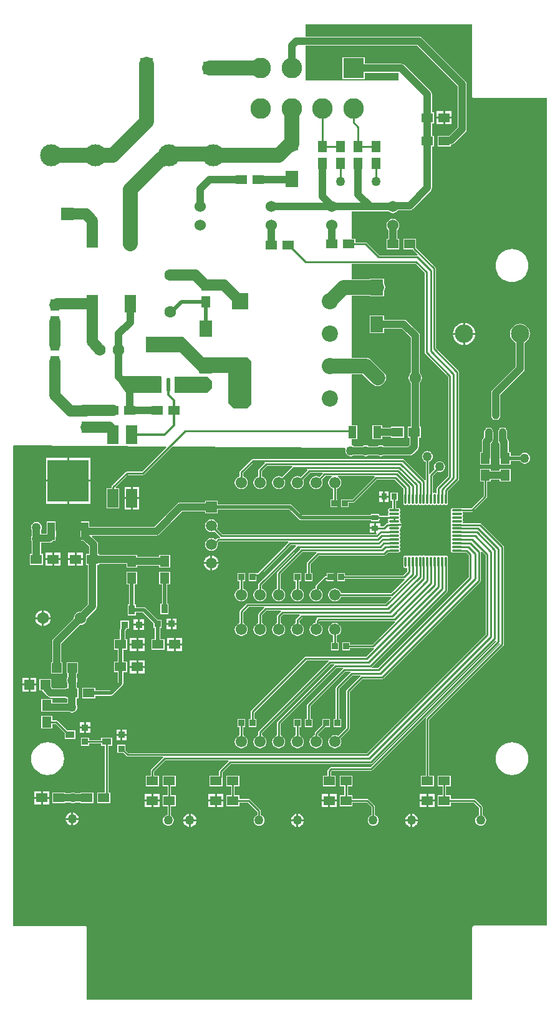
<source format=gtl>
G04*
G04 #@! TF.GenerationSoftware,Altium Limited,Altium Designer,20.2.6 (244)*
G04*
G04 Layer_Physical_Order=1*
G04 Layer_Color=255*
%FSLAX25Y25*%
%MOIN*%
G70*
G04*
G04 #@! TF.SameCoordinates,9385ED74-4294-42B6-9646-82B243174D78*
G04*
G04*
G04 #@! TF.FilePolarity,Positive*
G04*
G01*
G75*
%ADD10C,0.01000*%
%ADD19C,0.01968*%
%ADD20R,0.06000X0.05000*%
%ADD21R,0.05000X0.06000*%
%ADD22R,0.03600X0.05000*%
%ADD23R,0.03600X0.03600*%
%ADD24R,0.06693X0.08661*%
%ADD25R,0.05925X0.09724*%
%ADD26R,0.02362X0.03937*%
%ADD27R,0.03543X0.03150*%
%ADD28R,0.03150X0.03543*%
%ADD29R,0.03600X0.03600*%
%ADD30R,0.05000X0.03600*%
%ADD31O,0.02238X0.07678*%
%ADD32R,0.05906X0.09843*%
%ADD33R,0.03853X0.09485*%
%ADD34R,0.21844X0.22485*%
%ADD35O,0.01063X0.05906*%
%ADD36O,0.05906X0.01063*%
%ADD37R,0.04331X0.06693*%
%ADD71R,0.03175X0.03402*%
%ADD72R,0.05256X0.05315*%
%ADD73C,0.07874*%
%ADD74C,0.03937*%
%ADD75C,0.05906*%
%ADD76C,0.01394*%
%ADD77C,0.06299*%
%ADD78C,0.06000*%
%ADD79R,0.06693X0.06693*%
%ADD80C,0.11811*%
%ADD81C,0.08661*%
%ADD82R,0.08661X0.08661*%
%ADD83C,0.09843*%
%ADD84C,0.05906*%
%ADD85R,0.05906X0.05906*%
%ADD86C,0.06102*%
%ADD87C,0.11024*%
%ADD88R,0.11024X0.11024*%
%ADD89C,0.05000*%
G36*
X246331Y484132D02*
X246321D01*
X246410Y483685D01*
X246420Y483669D01*
X246663Y483306D01*
X247026Y483064D01*
X247042Y483053D01*
X247488Y482964D01*
Y482974D01*
X286244D01*
Y40669D01*
X247632D01*
Y40679D01*
X247185Y40590D01*
X247169Y40580D01*
X246806Y40337D01*
X246564Y39974D01*
X246553Y39958D01*
X246464Y39511D01*
X246474D01*
Y1158D01*
X40528Y1158D01*
X40528Y39370D01*
X40538D01*
X40449Y39817D01*
X40438Y39833D01*
X40196Y40196D01*
X39833Y40438D01*
X39817Y40449D01*
X39370Y40538D01*
Y40528D01*
X1158D01*
X1158Y296994D01*
X1513Y297346D01*
X82799Y296740D01*
X82989Y296277D01*
X70123Y283411D01*
X62000D01*
X61651Y283342D01*
X61356Y283144D01*
X53856Y275644D01*
X53658Y275349D01*
X53589Y275000D01*
Y274457D01*
X51154D01*
Y263827D01*
X57846D01*
Y274457D01*
X55953D01*
X55745Y274957D01*
X62377Y281589D01*
X70500D01*
X70849Y281658D01*
X71144Y281856D01*
X86005Y296716D01*
X178459Y296026D01*
X178792Y295524D01*
X178681Y295255D01*
X178581Y294500D01*
X178681Y293745D01*
X178972Y293041D01*
X179436Y292436D01*
X180041Y291972D01*
X180745Y291681D01*
X181500Y291581D01*
X182255Y291681D01*
X182959Y291972D01*
X183115Y292091D01*
X187885D01*
X188041Y291972D01*
X188745Y291681D01*
X189500Y291581D01*
X190255Y291681D01*
X190959Y291972D01*
X191115Y292091D01*
X195885D01*
X196041Y291972D01*
X196745Y291681D01*
X197500Y291581D01*
X198255Y291681D01*
X198959Y291972D01*
X199115Y292091D01*
X213194D01*
X214115Y292275D01*
X214897Y292797D01*
X217203Y295103D01*
X217725Y295885D01*
X217909Y296806D01*
Y301606D01*
X218894D01*
Y307394D01*
X218408D01*
Y330882D01*
X218527Y330973D01*
X219095Y331713D01*
X219452Y332575D01*
X219574Y333500D01*
X219452Y334425D01*
X219095Y335287D01*
X218527Y336027D01*
X218408Y336118D01*
Y356000D01*
X218225Y356922D01*
X217703Y357703D01*
X211546Y363860D01*
X210764Y364383D01*
X209843Y364566D01*
X199240D01*
Y366882D01*
X191760D01*
Y357433D01*
X199240D01*
Y359749D01*
X208845D01*
X213592Y355002D01*
Y336118D01*
X213473Y336027D01*
X212905Y335287D01*
X212548Y334425D01*
X212426Y333500D01*
X212548Y332575D01*
X212905Y331713D01*
X213473Y330973D01*
X213592Y330882D01*
Y307394D01*
X212106D01*
Y301606D01*
X213091D01*
Y297804D01*
X212196Y296908D01*
X199115D01*
X198959Y297028D01*
X198255Y297319D01*
X197500Y297419D01*
X196745Y297319D01*
X196041Y297028D01*
X195885Y296908D01*
X191115D01*
X190959Y297028D01*
X190255Y297319D01*
X189500Y297419D01*
X188745Y297319D01*
X188041Y297028D01*
X187885Y296908D01*
X183115D01*
X182959Y297028D01*
X182255Y297319D01*
X182000Y297353D01*
Y300760D01*
X184866D01*
Y308240D01*
X182000D01*
Y335486D01*
X187739D01*
X192813Y330411D01*
X193718Y329717D01*
X194771Y329281D01*
X195902Y329132D01*
X196000D01*
X197131Y329281D01*
X198184Y329717D01*
X199089Y330411D01*
X199783Y331316D01*
X200219Y332369D01*
X200368Y333500D01*
X200219Y334630D01*
X199783Y335684D01*
X199089Y336589D01*
X198666Y336913D01*
X192637Y342942D01*
X191732Y343637D01*
X190678Y344073D01*
X189548Y344222D01*
X182000D01*
Y377474D01*
X191760D01*
Y377118D01*
X199240D01*
Y379603D01*
X199283Y379658D01*
X199719Y380712D01*
X199868Y381842D01*
X199719Y382973D01*
X199283Y384026D01*
X199240Y384082D01*
Y386567D01*
X191760D01*
Y386210D01*
X182000D01*
Y394589D01*
X216123D01*
X221089Y389623D01*
Y347000D01*
X221158Y346651D01*
X221356Y346356D01*
X233589Y334123D01*
Y280933D01*
X227746Y275090D01*
X227548Y274794D01*
X227479Y274446D01*
Y272115D01*
X227361Y272026D01*
X226979Y271893D01*
X226782Y272025D01*
X226421Y272097D01*
X226060Y272025D01*
X225864Y271894D01*
X225479Y272028D01*
X225364Y272115D01*
Y281076D01*
X227696Y283408D01*
X228245Y283181D01*
X229000Y283081D01*
X229755Y283181D01*
X230459Y283472D01*
X231064Y283936D01*
X231528Y284541D01*
X231819Y285245D01*
X231919Y286000D01*
X231819Y286755D01*
X231528Y287459D01*
X231064Y288064D01*
X230459Y288528D01*
X229755Y288819D01*
X229000Y288919D01*
X228245Y288819D01*
X227541Y288528D01*
X226936Y288064D01*
X226472Y287459D01*
X226181Y286755D01*
X226081Y286000D01*
X226181Y285245D01*
X226408Y284697D01*
X223864Y282153D01*
X223636Y282189D01*
X223364Y282332D01*
Y288698D01*
X223912Y288925D01*
X224517Y289389D01*
X224981Y289994D01*
X225272Y290698D01*
X225372Y291453D01*
X225272Y292208D01*
X224981Y292912D01*
X224517Y293517D01*
X223912Y293981D01*
X223208Y294272D01*
X222453Y294372D01*
X221698Y294272D01*
X220994Y293981D01*
X220389Y293517D01*
X219925Y292912D01*
X219634Y292208D01*
X219534Y291453D01*
X219634Y290698D01*
X219925Y289994D01*
X220389Y289389D01*
X220994Y288925D01*
X221542Y288698D01*
Y281953D01*
X221573Y281797D01*
Y278908D01*
X221414Y278800D01*
X221073Y278716D01*
X209857Y289932D01*
X209561Y290129D01*
X209213Y290199D01*
X129287D01*
X128939Y290129D01*
X128643Y289932D01*
X122356Y283644D01*
X122158Y283349D01*
X122089Y283000D01*
Y280851D01*
X121263Y280509D01*
X120543Y279957D01*
X119991Y279237D01*
X119644Y278399D01*
X119525Y277500D01*
X119644Y276601D01*
X119991Y275763D01*
X120543Y275043D01*
X121263Y274491D01*
X122101Y274144D01*
X123000Y274025D01*
X123899Y274144D01*
X124737Y274491D01*
X125457Y275043D01*
X126009Y275763D01*
X126356Y276601D01*
X126475Y277500D01*
X126356Y278399D01*
X126009Y279237D01*
X125457Y279957D01*
X124737Y280509D01*
X123911Y280851D01*
Y282623D01*
X129665Y288376D01*
X135380D01*
X135588Y287876D01*
X132356Y284644D01*
X132158Y284349D01*
X132089Y284000D01*
Y280851D01*
X131263Y280509D01*
X130543Y279957D01*
X129991Y279237D01*
X129644Y278399D01*
X129525Y277500D01*
X129644Y276601D01*
X129991Y275763D01*
X130543Y275043D01*
X131263Y274491D01*
X132101Y274144D01*
X133000Y274025D01*
X133899Y274144D01*
X134737Y274491D01*
X135457Y275043D01*
X136009Y275763D01*
X136356Y276601D01*
X136475Y277500D01*
X136356Y278399D01*
X136009Y279237D01*
X135457Y279957D01*
X134737Y280509D01*
X133911Y280851D01*
Y283623D01*
X136877Y286589D01*
X150116D01*
X150300Y286089D01*
X144725Y280514D01*
X143899Y280856D01*
X143000Y280975D01*
X142101Y280856D01*
X141263Y280509D01*
X140543Y279957D01*
X139991Y279237D01*
X139644Y278399D01*
X139525Y277500D01*
X139644Y276601D01*
X139991Y275763D01*
X140543Y275043D01*
X141263Y274491D01*
X142101Y274144D01*
X143000Y274025D01*
X143899Y274144D01*
X144737Y274491D01*
X145457Y275043D01*
X146009Y275763D01*
X146356Y276601D01*
X146475Y277500D01*
X146356Y278399D01*
X146014Y279225D01*
X151452Y284664D01*
X158168D01*
X158375Y284164D01*
X154725Y280514D01*
X153899Y280856D01*
X153000Y280975D01*
X152101Y280856D01*
X151263Y280509D01*
X150543Y279957D01*
X149991Y279237D01*
X149644Y278399D01*
X149525Y277500D01*
X149644Y276601D01*
X149991Y275763D01*
X150543Y275043D01*
X151263Y274491D01*
X152101Y274144D01*
X153000Y274025D01*
X153899Y274144D01*
X154737Y274491D01*
X155457Y275043D01*
X156009Y275763D01*
X156356Y276601D01*
X156475Y277500D01*
X156356Y278399D01*
X156014Y279225D01*
X159665Y282876D01*
X166380D01*
X166588Y282376D01*
X164725Y280514D01*
X163899Y280856D01*
X163000Y280975D01*
X162101Y280856D01*
X161263Y280509D01*
X160543Y279957D01*
X159991Y279237D01*
X159644Y278399D01*
X159525Y277500D01*
X159644Y276601D01*
X159991Y275763D01*
X160543Y275043D01*
X161263Y274491D01*
X162101Y274144D01*
X163000Y274025D01*
X163899Y274144D01*
X164737Y274491D01*
X165457Y275043D01*
X166009Y275763D01*
X166356Y276601D01*
X166475Y277500D01*
X166356Y278399D01*
X166014Y279225D01*
X167877Y281089D01*
X171356D01*
X171455Y280589D01*
X171263Y280509D01*
X170543Y279957D01*
X169991Y279237D01*
X169644Y278399D01*
X169525Y277500D01*
X169644Y276601D01*
X169991Y275763D01*
X170543Y275043D01*
X171263Y274491D01*
X172089Y274149D01*
Y268595D01*
X170553D01*
Y264405D01*
X174515D01*
Y268595D01*
X173911D01*
Y274149D01*
X174737Y274491D01*
X175457Y275043D01*
X176009Y275763D01*
X176356Y276601D01*
X176475Y277500D01*
X176356Y278399D01*
X176009Y279237D01*
X175457Y279957D01*
X174737Y280509D01*
X174545Y280589D01*
X174644Y281089D01*
X194121D01*
X194264Y280818D01*
X194300Y280589D01*
X182323Y268612D01*
X179553D01*
X179465Y268595D01*
X176485D01*
Y264405D01*
X180447D01*
Y266790D01*
X182701D01*
X183049Y266859D01*
X183345Y267056D01*
X195377Y279089D01*
X205095D01*
X209762Y274422D01*
Y271315D01*
X209730Y271153D01*
Y266311D01*
X209802Y265950D01*
X210006Y265644D01*
X210312Y265439D01*
X210673Y265367D01*
X211034Y265439D01*
X211340Y265644D01*
X211357Y265669D01*
X211958D01*
X211975Y265644D01*
X212281Y265439D01*
X212642Y265367D01*
X213003Y265439D01*
X213309Y265644D01*
X213325Y265668D01*
X213927D01*
X213943Y265644D01*
X214249Y265439D01*
X214610Y265367D01*
X214971Y265439D01*
X215277Y265644D01*
X215294Y265669D01*
X215895D01*
X215912Y265644D01*
X216218Y265439D01*
X216579Y265367D01*
X216940Y265439D01*
X217246Y265644D01*
X217262Y265668D01*
X217864D01*
X217880Y265644D01*
X218186Y265439D01*
X218547Y265367D01*
X218908Y265439D01*
X219214Y265644D01*
X219231Y265669D01*
X219832D01*
X219849Y265644D01*
X220155Y265439D01*
X220516Y265367D01*
X220877Y265439D01*
X221183Y265644D01*
X221199Y265668D01*
X221801D01*
X221817Y265644D01*
X222123Y265439D01*
X222484Y265367D01*
X222845Y265439D01*
X223151Y265644D01*
X223168Y265669D01*
X223769D01*
X223786Y265644D01*
X224092Y265439D01*
X224453Y265367D01*
X224814Y265439D01*
X225120Y265644D01*
X225136Y265668D01*
X225738D01*
X225754Y265644D01*
X226060Y265439D01*
X226421Y265367D01*
X226782Y265439D01*
X227088Y265644D01*
X227105Y265669D01*
X227706D01*
X227723Y265644D01*
X228029Y265439D01*
X228390Y265367D01*
X228751Y265439D01*
X229057Y265644D01*
X229073Y265668D01*
X229675D01*
X229691Y265644D01*
X229997Y265439D01*
X230358Y265367D01*
X230719Y265439D01*
X231025Y265644D01*
X231042Y265669D01*
X231643D01*
X231660Y265644D01*
X231966Y265439D01*
X232327Y265367D01*
X232688Y265439D01*
X232994Y265644D01*
X233198Y265950D01*
X233270Y266311D01*
Y271153D01*
X233238Y271315D01*
Y272950D01*
X239144Y278856D01*
X239342Y279151D01*
X239411Y279500D01*
Y336500D01*
X239342Y336849D01*
X239144Y337144D01*
X226911Y349377D01*
Y392000D01*
X226842Y392349D01*
X226644Y392644D01*
X216411Y402877D01*
Y403000D01*
X216394Y403088D01*
Y407894D01*
X209606D01*
Y402106D01*
X214688D01*
X214856Y401856D01*
X217362Y399349D01*
X217116Y398888D01*
X217000Y398911D01*
X196877D01*
X190144Y405644D01*
X189849Y405842D01*
X189500Y405911D01*
X183894D01*
Y407894D01*
X182000D01*
X182000Y422591D01*
X201570D01*
X201580Y422580D01*
X202289Y422036D01*
X203114Y421694D01*
X204000Y421577D01*
X204886Y421694D01*
X205712Y422036D01*
X206420Y422580D01*
X206733Y422986D01*
X212895D01*
X213816Y423170D01*
X214598Y423692D01*
X224203Y433297D01*
X224725Y434078D01*
X224908Y435000D01*
Y457106D01*
X225894D01*
Y462894D01*
X224908D01*
Y469606D01*
X225894D01*
Y475394D01*
X224908D01*
Y485000D01*
X224725Y485922D01*
X224203Y486703D01*
X210203Y500703D01*
X209422Y501225D01*
X208500Y501408D01*
X188905D01*
Y504906D01*
X177094D01*
Y493094D01*
X188905D01*
Y496592D01*
X207000D01*
Y492500D01*
X157500D01*
Y511092D01*
X217002D01*
X238592Y489502D01*
Y467498D01*
X234034Y462940D01*
X232031D01*
X231799Y462894D01*
X228106D01*
Y457106D01*
X234894D01*
Y458123D01*
X235032D01*
X235953Y458306D01*
X236735Y458828D01*
X242703Y464797D01*
X243225Y465578D01*
X243408Y466500D01*
Y490500D01*
X243225Y491422D01*
X242703Y492203D01*
X219703Y515203D01*
X218922Y515725D01*
X218000Y515908D01*
X157500D01*
Y522464D01*
X246331D01*
X246331Y484132D01*
D02*
G37*
G36*
X105000Y334000D02*
X107500Y331500D01*
X107500Y328000D01*
X105000Y325500D01*
X87500Y325500D01*
Y334000D01*
X105000Y334000D01*
D02*
G37*
G36*
X80500Y334000D02*
Y325500D01*
X61500D01*
X55500Y334000D01*
X56000Y334500D01*
X80000D01*
X80500Y334000D01*
D02*
G37*
G36*
X103000Y344500D02*
X107500D01*
Y344500D01*
X126500Y344500D01*
X128500Y342500D01*
X128500Y319500D01*
X126000Y317000D01*
X119000D01*
X116000Y320000D01*
Y336000D01*
X100500D01*
Y337000D01*
X90500Y347000D01*
X72500D01*
X72000Y347500D01*
Y355500D01*
X92000D01*
X103000Y344500D01*
D02*
G37*
%LPC*%
G36*
X235500Y476000D02*
X232000D01*
Y473000D01*
X235500D01*
Y476000D01*
D02*
G37*
G36*
X231000D02*
X227500D01*
Y473000D01*
X231000D01*
Y476000D01*
D02*
G37*
G36*
X235500Y472000D02*
X232000D01*
Y469000D01*
X235500D01*
Y472000D01*
D02*
G37*
G36*
X231000D02*
X227500D01*
Y469000D01*
X231000D01*
Y472000D01*
D02*
G37*
G36*
X204000Y418423D02*
X203114Y418306D01*
X202289Y417964D01*
X201580Y417420D01*
X201036Y416712D01*
X200694Y415886D01*
X200577Y415000D01*
X200694Y414114D01*
X201036Y413288D01*
X201580Y412580D01*
X201591Y412570D01*
Y407894D01*
X200606D01*
Y402106D01*
X207394D01*
Y407894D01*
X206409D01*
Y412570D01*
X206420Y412580D01*
X206964Y413288D01*
X207306Y414114D01*
X207423Y415000D01*
X207306Y415886D01*
X206964Y416712D01*
X206420Y417420D01*
X205712Y417964D01*
X204886Y418306D01*
X204000Y418423D01*
D02*
G37*
G36*
X267698Y402310D02*
X265980Y402141D01*
X264327Y401640D01*
X262804Y400825D01*
X261469Y399730D01*
X260373Y398395D01*
X259559Y396871D01*
X259057Y395219D01*
X258888Y393500D01*
X259057Y391781D01*
X259559Y390128D01*
X260373Y388605D01*
X261469Y387270D01*
X262804Y386175D01*
X264327Y385361D01*
X265980Y384859D01*
X267698Y384690D01*
X269417Y384859D01*
X271070Y385361D01*
X272593Y386175D01*
X273928Y387270D01*
X275024Y388605D01*
X275838Y390128D01*
X276339Y391781D01*
X276508Y393500D01*
X276339Y395219D01*
X275838Y396871D01*
X275024Y398395D01*
X273928Y399730D01*
X272593Y400825D01*
X271070Y401640D01*
X269417Y402141D01*
X267698Y402310D01*
D02*
G37*
G36*
X242579Y362901D02*
Y357500D01*
X247979D01*
X247914Y358161D01*
X247576Y359277D01*
X247026Y360306D01*
X246286Y361207D01*
X245384Y361947D01*
X244356Y362497D01*
X243240Y362836D01*
X242579Y362901D01*
D02*
G37*
G36*
X241579Y362901D02*
X240918Y362836D01*
X239802Y362497D01*
X238773Y361947D01*
X237872Y361207D01*
X237132Y360306D01*
X236582Y359277D01*
X236243Y358161D01*
X236178Y357500D01*
X241579D01*
Y362901D01*
D02*
G37*
G36*
Y356500D02*
X236178D01*
X236243Y355839D01*
X236582Y354723D01*
X237132Y353694D01*
X237872Y352793D01*
X238773Y352053D01*
X239802Y351503D01*
X240918Y351164D01*
X241579Y351099D01*
Y356500D01*
D02*
G37*
G36*
X247979D02*
X242579D01*
Y351099D01*
X243240Y351164D01*
X244356Y351503D01*
X245384Y352053D01*
X246286Y352793D01*
X247026Y353694D01*
X247576Y354723D01*
X247914Y355839D01*
X247979Y356500D01*
D02*
G37*
G36*
X272000Y362361D02*
X270613Y362178D01*
X269320Y361643D01*
X268209Y360791D01*
X267357Y359680D01*
X266822Y358387D01*
X266639Y357000D01*
X266822Y355612D01*
X267357Y354320D01*
X268209Y353209D01*
X269320Y352357D01*
X269591Y352245D01*
Y339498D01*
X257297Y327203D01*
X256775Y326422D01*
X256592Y325500D01*
Y313528D01*
X256775Y312606D01*
X257297Y311824D01*
X257425Y311739D01*
Y311165D01*
X258767D01*
X259000Y311119D01*
X259233Y311165D01*
X260575D01*
Y311739D01*
X260703Y311824D01*
X261225Y312606D01*
X261408Y313528D01*
Y324502D01*
X273703Y336797D01*
X274225Y337578D01*
X274409Y338500D01*
Y352245D01*
X274680Y352357D01*
X275791Y353209D01*
X276643Y354320D01*
X277178Y355612D01*
X277361Y357000D01*
X277178Y358387D01*
X276643Y359680D01*
X275791Y360791D01*
X274680Y361643D01*
X273388Y362178D01*
X272000Y362361D01*
D02*
G37*
G36*
X198252Y308240D02*
X193134D01*
Y300760D01*
X198252D01*
Y302092D01*
X203106D01*
Y301606D01*
X209894D01*
Y307394D01*
X203106D01*
Y306908D01*
X198252D01*
Y308240D01*
D02*
G37*
G36*
X262740Y306881D02*
X262508Y306835D01*
X261165D01*
Y306261D01*
X261037Y306175D01*
X260515Y305394D01*
X260332Y304472D01*
Y300134D01*
X260515Y299212D01*
X261037Y298431D01*
X261060Y298408D01*
Y291032D01*
X261106Y290799D01*
Y287106D01*
X266894D01*
Y289095D01*
X271950D01*
X271972Y289041D01*
X272436Y288436D01*
X273041Y287972D01*
X273745Y287681D01*
X274500Y287581D01*
X275255Y287681D01*
X275959Y287972D01*
X276564Y288436D01*
X277028Y289041D01*
X277319Y289745D01*
X277419Y290500D01*
X277319Y291255D01*
X277028Y291959D01*
X276564Y292564D01*
X275959Y293028D01*
X275255Y293319D01*
X274500Y293419D01*
X273745Y293319D01*
X273041Y293028D01*
X272436Y292564D01*
X271972Y291959D01*
X271950Y291905D01*
X266894D01*
Y293894D01*
X265877D01*
Y299406D01*
X265694Y300327D01*
X265172Y301109D01*
X265149Y301131D01*
Y304472D01*
X264965Y305394D01*
X264443Y306175D01*
X264315Y306261D01*
Y306835D01*
X262973D01*
X262740Y306881D01*
D02*
G37*
G36*
X255260D02*
X255027Y306835D01*
X253685D01*
Y306261D01*
X253557Y306175D01*
X253035Y305394D01*
X252851Y304472D01*
Y301631D01*
X252328Y301109D01*
X251806Y300327D01*
X251623Y299406D01*
Y293894D01*
X250606D01*
Y287106D01*
X256394D01*
Y290799D01*
X256440Y291032D01*
Y298408D01*
X256963Y298931D01*
X257485Y299712D01*
X257668Y300634D01*
Y304472D01*
X257485Y305394D01*
X256963Y306175D01*
X256835Y306261D01*
Y306835D01*
X255492D01*
X255260Y306881D01*
D02*
G37*
G36*
X266894Y284894D02*
X261106D01*
Y283909D01*
X256394D01*
Y284894D01*
X250606D01*
Y278106D01*
X252589D01*
Y270377D01*
X245950Y263738D01*
X241153D01*
X240984Y263704D01*
X240653Y263770D01*
X235811D01*
X235450Y263699D01*
X235144Y263494D01*
X234939Y263188D01*
X234867Y262827D01*
X234939Y262466D01*
X235144Y262160D01*
X235169Y262143D01*
Y261542D01*
X235144Y261525D01*
X234939Y261219D01*
X234867Y260858D01*
X234939Y260497D01*
X235144Y260191D01*
X235168Y260175D01*
Y259573D01*
X235144Y259557D01*
X234939Y259251D01*
X234867Y258890D01*
X234939Y258529D01*
X235144Y258223D01*
X235169Y258206D01*
Y257605D01*
X235144Y257588D01*
X234939Y257282D01*
X234867Y256921D01*
X234939Y256560D01*
X235144Y256254D01*
X235168Y256238D01*
Y255636D01*
X235144Y255620D01*
X234939Y255314D01*
X234867Y254953D01*
X234939Y254592D01*
X235144Y254286D01*
X235169Y254269D01*
Y253668D01*
X235144Y253651D01*
X234939Y253345D01*
X234867Y252984D01*
X234939Y252623D01*
X235144Y252317D01*
X235168Y252301D01*
Y251699D01*
X235144Y251683D01*
X234939Y251377D01*
X234867Y251016D01*
X234939Y250655D01*
X235144Y250349D01*
X235169Y250332D01*
Y249731D01*
X235144Y249714D01*
X234939Y249408D01*
X234867Y249047D01*
X234939Y248686D01*
X235144Y248380D01*
X235168Y248364D01*
Y247762D01*
X235144Y247746D01*
X234939Y247440D01*
X234867Y247079D01*
X234939Y246718D01*
X235144Y246412D01*
X235169Y246395D01*
Y245794D01*
X235144Y245777D01*
X234939Y245471D01*
X234867Y245110D01*
X234939Y244749D01*
X235144Y244443D01*
X235168Y244427D01*
Y243825D01*
X235144Y243809D01*
X234939Y243503D01*
X234867Y243142D01*
X234939Y242781D01*
X235144Y242475D01*
X235169Y242458D01*
Y241857D01*
X235144Y241840D01*
X234939Y241534D01*
X234867Y241173D01*
X234939Y240812D01*
X235144Y240506D01*
X235450Y240301D01*
X235811Y240230D01*
X240653D01*
X240815Y240262D01*
X242950D01*
X244589Y238623D01*
Y226877D01*
X196123Y178411D01*
X192879D01*
X192736Y178683D01*
X192700Y178911D01*
X232971Y219183D01*
X233169Y219478D01*
X233238Y219827D01*
Y232685D01*
X233270Y232847D01*
Y237689D01*
X233198Y238050D01*
X232994Y238356D01*
X232688Y238561D01*
X232327Y238633D01*
X231966Y238561D01*
X231660Y238356D01*
X231643Y238331D01*
X231042D01*
X231025Y238356D01*
X230719Y238561D01*
X230358Y238633D01*
X229997Y238561D01*
X229691Y238356D01*
X229675Y238332D01*
X229073D01*
X229057Y238356D01*
X228751Y238561D01*
X228390Y238633D01*
X228029Y238561D01*
X227723Y238356D01*
X227706Y238331D01*
X227105D01*
X227088Y238356D01*
X226782Y238561D01*
X226421Y238633D01*
X226060Y238561D01*
X225754Y238356D01*
X225738Y238332D01*
X225136D01*
X225120Y238356D01*
X224814Y238561D01*
X224453Y238633D01*
X224092Y238561D01*
X223786Y238356D01*
X223769Y238331D01*
X223168D01*
X223151Y238356D01*
X222845Y238561D01*
X222484Y238633D01*
X222123Y238561D01*
X221817Y238356D01*
X221801Y238332D01*
X221199D01*
X221183Y238356D01*
X220877Y238561D01*
X220516Y238633D01*
X220155Y238561D01*
X219849Y238356D01*
X219832Y238331D01*
X219231D01*
X219214Y238356D01*
X218908Y238561D01*
X218547Y238633D01*
X218186Y238561D01*
X217880Y238356D01*
X217864Y238332D01*
X217262D01*
X217246Y238356D01*
X216940Y238561D01*
X216579Y238633D01*
X216218Y238561D01*
X215912Y238356D01*
X215895Y238331D01*
X215294D01*
X215277Y238356D01*
X214971Y238561D01*
X214610Y238633D01*
X214249Y238561D01*
X213943Y238356D01*
X213927Y238332D01*
X213325D01*
X213309Y238356D01*
X213003Y238561D01*
X212642Y238633D01*
X212281Y238561D01*
X211975Y238356D01*
X211958Y238331D01*
X211357D01*
X211340Y238356D01*
X211034Y238561D01*
X210673Y238633D01*
X210312Y238561D01*
X210006Y238356D01*
X209802Y238050D01*
X209730Y237689D01*
Y232847D01*
X209802Y232486D01*
X210006Y232180D01*
X210312Y231975D01*
X210673Y231903D01*
X211034Y231975D01*
X211219Y232099D01*
X211631Y231947D01*
X211719Y231877D01*
Y230063D01*
X209567Y227911D01*
X178447D01*
Y229095D01*
X174485D01*
Y224905D01*
X178447D01*
Y226089D01*
X209945D01*
X210130Y226126D01*
X210376Y225665D01*
X203123Y218411D01*
X176351D01*
X176009Y219237D01*
X175457Y219957D01*
X174737Y220509D01*
X173899Y220856D01*
X173000Y220975D01*
X172101Y220856D01*
X171263Y220509D01*
X170543Y219957D01*
X169991Y219237D01*
X169644Y218399D01*
X169525Y217500D01*
X169644Y216601D01*
X169991Y215763D01*
X170543Y215043D01*
X171263Y214491D01*
X172101Y214144D01*
X173000Y214025D01*
X173899Y214144D01*
X174737Y214491D01*
X175457Y215043D01*
X176009Y215763D01*
X176351Y216589D01*
X203121D01*
X203328Y216089D01*
X200150Y212911D01*
X126500D01*
X126151Y212842D01*
X125856Y212644D01*
X122356Y209144D01*
X122158Y208849D01*
X122089Y208500D01*
Y202351D01*
X121263Y202009D01*
X120543Y201457D01*
X119991Y200737D01*
X119644Y199899D01*
X119525Y199000D01*
X119644Y198101D01*
X119991Y197263D01*
X120543Y196543D01*
X121263Y195991D01*
X122101Y195644D01*
X123000Y195525D01*
X123899Y195644D01*
X124737Y195991D01*
X125457Y196543D01*
X126009Y197263D01*
X126356Y198101D01*
X126475Y199000D01*
X126356Y199899D01*
X126009Y200737D01*
X125457Y201457D01*
X124737Y202009D01*
X123911Y202351D01*
Y208123D01*
X126877Y211089D01*
X135121D01*
X135264Y210817D01*
X135300Y210589D01*
X132407Y207696D01*
X132209Y207400D01*
X132140Y207051D01*
Y202361D01*
X132101Y202356D01*
X131263Y202009D01*
X130543Y201457D01*
X129991Y200737D01*
X129644Y199899D01*
X129525Y199000D01*
X129644Y198101D01*
X129991Y197263D01*
X130543Y196543D01*
X131263Y195991D01*
X132101Y195644D01*
X133000Y195525D01*
X133899Y195644D01*
X134737Y195991D01*
X135457Y196543D01*
X136009Y197263D01*
X136356Y198101D01*
X136475Y199000D01*
X136356Y199899D01*
X136009Y200737D01*
X135457Y201457D01*
X134737Y202009D01*
X133962Y202330D01*
Y206674D01*
X136377Y209089D01*
X144121D01*
X144264Y208818D01*
X144300Y208589D01*
X142356Y206644D01*
X142158Y206349D01*
X142089Y206000D01*
Y202351D01*
X141263Y202009D01*
X140543Y201457D01*
X139991Y200737D01*
X139644Y199899D01*
X139525Y199000D01*
X139644Y198101D01*
X139991Y197263D01*
X140543Y196543D01*
X141263Y195991D01*
X142101Y195644D01*
X143000Y195525D01*
X143899Y195644D01*
X144737Y195991D01*
X145457Y196543D01*
X146009Y197263D01*
X146356Y198101D01*
X146475Y199000D01*
X146356Y199899D01*
X146009Y200737D01*
X145457Y201457D01*
X144737Y202009D01*
X143911Y202351D01*
Y205623D01*
X145377Y207089D01*
X154093D01*
X154300Y206589D01*
X152356Y204644D01*
X152158Y204349D01*
X152089Y204000D01*
Y202351D01*
X151263Y202009D01*
X150543Y201457D01*
X149991Y200737D01*
X149644Y199899D01*
X149525Y199000D01*
X149644Y198101D01*
X149991Y197263D01*
X150543Y196543D01*
X151263Y195991D01*
X152101Y195644D01*
X153000Y195525D01*
X153899Y195644D01*
X154737Y195991D01*
X155457Y196543D01*
X156009Y197263D01*
X156356Y198101D01*
X156475Y199000D01*
X156356Y199899D01*
X156009Y200737D01*
X155457Y201457D01*
X154737Y202009D01*
X153911Y202351D01*
Y203623D01*
X155590Y205301D01*
X163306D01*
X163513Y204801D01*
X162907Y204195D01*
X162709Y203900D01*
X162640Y203551D01*
Y202427D01*
X162101Y202356D01*
X161263Y202009D01*
X160543Y201457D01*
X159991Y200737D01*
X159644Y199899D01*
X159525Y199000D01*
X159644Y198101D01*
X159991Y197263D01*
X160543Y196543D01*
X161263Y195991D01*
X162101Y195644D01*
X163000Y195525D01*
X163899Y195644D01*
X164737Y195991D01*
X165457Y196543D01*
X166009Y197263D01*
X166356Y198101D01*
X166475Y199000D01*
X166356Y199899D01*
X166009Y200737D01*
X165457Y201457D01*
X164737Y202009D01*
X164462Y202123D01*
Y203174D01*
X164803Y203514D01*
X204925D01*
X205041Y203537D01*
X205288Y203076D01*
X193123Y190911D01*
X180947D01*
Y192095D01*
X176985D01*
Y187906D01*
X180947D01*
Y189089D01*
X193500D01*
X193616Y189112D01*
X193862Y188651D01*
X189623Y184411D01*
X157500D01*
X157151Y184342D01*
X156856Y184144D01*
X128322Y155610D01*
X128124Y155315D01*
X128055Y154966D01*
Y151094D01*
X126985D01*
Y146906D01*
X130947D01*
Y151094D01*
X129877D01*
Y154589D01*
X157877Y182589D01*
X169621D01*
X169764Y182317D01*
X169800Y182089D01*
X132356Y144644D01*
X132158Y144349D01*
X132089Y144000D01*
Y142351D01*
X131263Y142009D01*
X130543Y141457D01*
X129991Y140737D01*
X129644Y139899D01*
X129525Y139000D01*
X129644Y138101D01*
X129991Y137263D01*
X130543Y136543D01*
X131263Y135991D01*
X132101Y135644D01*
X133000Y135525D01*
X133899Y135644D01*
X134737Y135991D01*
X135457Y136543D01*
X136009Y137263D01*
X136356Y138101D01*
X136475Y139000D01*
X136356Y139899D01*
X136009Y140737D01*
X135457Y141457D01*
X134737Y142009D01*
X133911Y142351D01*
Y143623D01*
X170877Y180589D01*
X172621D01*
X172764Y180317D01*
X172800Y180089D01*
X142356Y149644D01*
X142158Y149349D01*
X142089Y149000D01*
Y142351D01*
X141263Y142009D01*
X140543Y141457D01*
X139991Y140737D01*
X139644Y139899D01*
X139525Y139000D01*
X139644Y138101D01*
X139991Y137263D01*
X140543Y136543D01*
X141263Y135991D01*
X142101Y135644D01*
X143000Y135525D01*
X143899Y135644D01*
X144737Y135991D01*
X145457Y136543D01*
X146009Y137263D01*
X146356Y138101D01*
X146475Y139000D01*
X146356Y139899D01*
X146009Y140737D01*
X145457Y141457D01*
X144737Y142009D01*
X143911Y142351D01*
Y148623D01*
X173877Y178589D01*
X177121D01*
X177264Y178317D01*
X177300Y178089D01*
X158356Y159144D01*
X158158Y158849D01*
X158089Y158500D01*
Y151094D01*
X157019D01*
Y146906D01*
X160981D01*
Y151094D01*
X159911D01*
Y158123D01*
X178377Y176589D01*
X181121D01*
X181264Y176317D01*
X181300Y176089D01*
X173788Y168576D01*
X173590Y168281D01*
X173521Y167932D01*
Y151094D01*
X172451D01*
Y146906D01*
X176413D01*
Y151094D01*
X175343D01*
Y167555D01*
X182377Y174589D01*
X186621D01*
X186764Y174317D01*
X186800Y174089D01*
X179356Y166644D01*
X179158Y166349D01*
X179089Y166000D01*
Y146377D01*
X174725Y142014D01*
X173899Y142356D01*
X173000Y142475D01*
X172101Y142356D01*
X171263Y142009D01*
X170543Y141457D01*
X169991Y140737D01*
X169644Y139899D01*
X169525Y139000D01*
X169644Y138101D01*
X169991Y137263D01*
X170543Y136543D01*
X171263Y135991D01*
X172101Y135644D01*
X173000Y135525D01*
X173899Y135644D01*
X174737Y135991D01*
X175457Y136543D01*
X176009Y137263D01*
X176356Y138101D01*
X176475Y139000D01*
X176356Y139899D01*
X176014Y140725D01*
X180644Y145356D01*
X180842Y145651D01*
X180911Y146000D01*
Y165623D01*
X187877Y172589D01*
X198500D01*
X198849Y172658D01*
X199144Y172856D01*
X250644Y224356D01*
X250842Y224651D01*
X250911Y225000D01*
Y240500D01*
X250888Y240616D01*
X251349Y240862D01*
X253589Y238623D01*
Y196377D01*
X190123Y132911D01*
X62577D01*
X61194Y134295D01*
Y137394D01*
X56806D01*
Y133006D01*
X59905D01*
X61556Y131356D01*
X61851Y131158D01*
X62200Y131089D01*
X81121D01*
X81264Y130817D01*
X81300Y130589D01*
X74856Y124144D01*
X74658Y123849D01*
X74589Y123500D01*
Y120894D01*
X72106D01*
Y115106D01*
X78894D01*
Y120894D01*
X76411D01*
Y123123D01*
X82377Y129089D01*
X116121D01*
X116264Y128817D01*
X116300Y128589D01*
X111356Y123644D01*
X111158Y123349D01*
X111089Y123000D01*
Y120894D01*
X106106D01*
Y115106D01*
X112894D01*
Y119912D01*
X112911Y120000D01*
Y122623D01*
X117377Y127089D01*
X192500D01*
X192849Y127158D01*
X193144Y127356D01*
X258839Y193051D01*
X259364Y192869D01*
X259387Y192676D01*
X192123Y125411D01*
X171000D01*
X170651Y125342D01*
X170356Y125144D01*
X169356Y124144D01*
X169158Y123849D01*
X169089Y123500D01*
Y120894D01*
X166606D01*
Y115106D01*
X173394D01*
Y120894D01*
X170911D01*
Y123123D01*
X171377Y123589D01*
X192500D01*
X192849Y123658D01*
X193144Y123856D01*
X260839Y191551D01*
X261364Y191369D01*
X261387Y191176D01*
X221856Y151644D01*
X221658Y151349D01*
X221589Y151000D01*
Y120894D01*
X219106D01*
Y115106D01*
X225894D01*
Y120894D01*
X223411D01*
Y150623D01*
X263144Y190356D01*
X263342Y190651D01*
X263411Y191000D01*
Y243000D01*
X263342Y243349D01*
X263144Y243644D01*
X251191Y255597D01*
X250896Y255795D01*
X250547Y255864D01*
X241615D01*
X241528Y255979D01*
X241394Y256364D01*
X241525Y256560D01*
X241597Y256921D01*
X241525Y257282D01*
X241320Y257588D01*
X241295Y257605D01*
Y258206D01*
X241320Y258223D01*
X241525Y258529D01*
X241597Y258890D01*
X241525Y259251D01*
X241320Y259557D01*
X241296Y259573D01*
Y260175D01*
X241320Y260191D01*
X241525Y260497D01*
X241597Y260858D01*
X241525Y261219D01*
X241393Y261416D01*
X241526Y261798D01*
X241615Y261916D01*
X246327D01*
X246676Y261985D01*
X246971Y262183D01*
X254144Y269356D01*
X254342Y269651D01*
X254411Y270000D01*
Y278106D01*
X256394D01*
Y279092D01*
X261106D01*
Y278106D01*
X266894D01*
Y284894D01*
D02*
G37*
G36*
X42422Y290742D02*
X31000D01*
Y279000D01*
X42422D01*
Y290742D01*
D02*
G37*
G36*
X30000D02*
X18578D01*
Y279000D01*
X30000D01*
Y290742D01*
D02*
G37*
G36*
X201819Y272772D02*
X199744D01*
Y270500D01*
X201819D01*
Y272772D01*
D02*
G37*
G36*
X198744D02*
X196669D01*
Y270500D01*
X198744D01*
Y272772D01*
D02*
G37*
G36*
X68453Y275063D02*
X65000D01*
Y269642D01*
X68453D01*
Y275063D01*
D02*
G37*
G36*
X64000D02*
X60547D01*
Y269642D01*
X64000D01*
Y275063D01*
D02*
G37*
G36*
X201819Y269500D02*
X199744D01*
Y267228D01*
X201819D01*
Y269500D01*
D02*
G37*
G36*
X198744D02*
X196669D01*
Y267228D01*
X198744D01*
Y269500D01*
D02*
G37*
G36*
X42422Y278000D02*
X31000D01*
Y266258D01*
X42422D01*
Y278000D01*
D02*
G37*
G36*
X30000D02*
X18578D01*
Y266258D01*
X30000D01*
Y278000D01*
D02*
G37*
G36*
X68453Y268642D02*
X65000D01*
Y263221D01*
X68453D01*
Y268642D01*
D02*
G37*
G36*
X64000D02*
X60547D01*
Y263221D01*
X64000D01*
Y268642D01*
D02*
G37*
G36*
X206725Y272165D02*
X202787D01*
Y267835D01*
X203857D01*
Y263770D01*
X202347D01*
X201986Y263699D01*
X201680Y263494D01*
X201475Y263188D01*
X201403Y262827D01*
X201475Y262466D01*
X201680Y262160D01*
X201705Y262143D01*
Y261542D01*
X201680Y261525D01*
X201475Y261219D01*
X201403Y260858D01*
X201475Y260497D01*
X201606Y260301D01*
X201472Y259916D01*
X201385Y259801D01*
X196916D01*
X196665Y259969D01*
Y260724D01*
X192335D01*
Y260161D01*
X155446D01*
X150114Y265493D01*
X149658Y265798D01*
X149120Y265905D01*
X110346D01*
Y267846D01*
X103654D01*
Y266909D01*
X97780D01*
X97700Y266924D01*
X90516D01*
X89594Y266741D01*
X88813Y266219D01*
X76545Y253952D01*
X41836D01*
Y256679D01*
X37196D01*
Y251987D01*
X37108Y251543D01*
Y248811D01*
X37196Y248367D01*
Y246407D01*
X38514D01*
X41592Y243330D01*
Y239394D01*
X40106D01*
Y233606D01*
X41091D01*
Y212498D01*
X37148Y208554D01*
X37000Y208574D01*
X36075Y208452D01*
X35213Y208095D01*
X34473Y207527D01*
X33905Y206787D01*
X33548Y205925D01*
X33426Y205000D01*
X33446Y204852D01*
X22594Y194000D01*
X22072Y193219D01*
X21889Y192297D01*
Y181551D01*
X21276D01*
Y175449D01*
X27319D01*
Y181551D01*
X26706D01*
Y191300D01*
X36852Y201446D01*
X37000Y201426D01*
X37925Y201548D01*
X38787Y201905D01*
X39527Y202473D01*
X40095Y203213D01*
X40452Y204075D01*
X40574Y205000D01*
X40554Y205148D01*
X45203Y209797D01*
X45725Y210578D01*
X45908Y211500D01*
Y233606D01*
X46894D01*
Y234091D01*
X61606D01*
Y232106D01*
X67394D01*
Y233091D01*
X79106D01*
Y232106D01*
X84894D01*
Y238894D01*
X79106D01*
Y237909D01*
X67394D01*
Y238894D01*
X64043D01*
X63968Y238909D01*
X46894D01*
Y239394D01*
X46409D01*
Y244327D01*
X46225Y245249D01*
X45703Y246030D01*
X43061Y248673D01*
X43252Y249134D01*
X77543D01*
X78465Y249318D01*
X79246Y249840D01*
X91513Y262107D01*
X97637D01*
X97716Y262091D01*
X103654D01*
Y261154D01*
X110346D01*
Y263095D01*
X148538D01*
X153871Y257763D01*
X154326Y257458D01*
X154864Y257351D01*
X192335D01*
Y256787D01*
X196665D01*
Y257543D01*
X196994Y257763D01*
X197138Y257979D01*
X201385D01*
X201474Y257861D01*
X201607Y257479D01*
X201475Y257282D01*
X201403Y256921D01*
X201475Y256560D01*
X201636Y256320D01*
X201243Y256057D01*
X201114Y255864D01*
X200953D01*
X200604Y255795D01*
X200309Y255597D01*
X198867Y254155D01*
X197272D01*
Y255819D01*
X195000D01*
Y253244D01*
Y250663D01*
X195206Y250195D01*
X194978Y249911D01*
X112877D01*
X109939Y252850D01*
X110260Y253626D01*
X110375Y254500D01*
X110260Y255374D01*
X109923Y256188D01*
X109387Y256887D01*
X108688Y257423D01*
X107874Y257760D01*
X107000Y257875D01*
X106126Y257760D01*
X105312Y257423D01*
X104613Y256887D01*
X104077Y256188D01*
X103740Y255374D01*
X103625Y254500D01*
X103740Y253626D01*
X104077Y252812D01*
X104613Y252113D01*
X105312Y251577D01*
X106126Y251240D01*
X107000Y251125D01*
X107874Y251240D01*
X108650Y251561D01*
X111800Y248411D01*
X111764Y248183D01*
X111621Y247911D01*
X110797D01*
X110448Y247842D01*
X110153Y247644D01*
X109395Y246886D01*
X109387Y246887D01*
X108688Y247423D01*
X107874Y247760D01*
X107000Y247875D01*
X106126Y247760D01*
X105312Y247423D01*
X104613Y246887D01*
X104077Y246188D01*
X103740Y245374D01*
X103625Y244500D01*
X103740Y243626D01*
X104077Y242812D01*
X104613Y242113D01*
X105312Y241577D01*
X106126Y241240D01*
X107000Y241125D01*
X107874Y241240D01*
X108688Y241577D01*
X109387Y242113D01*
X109923Y242812D01*
X110260Y243626D01*
X110375Y244500D01*
X110284Y245198D01*
X111175Y246089D01*
X148121D01*
X148264Y245817D01*
X148300Y245589D01*
X131823Y229112D01*
X130053D01*
X129965Y229095D01*
X126985D01*
Y224905D01*
X130947D01*
Y227290D01*
X132201D01*
X132550Y227359D01*
X132845Y227556D01*
X149377Y244089D01*
X152093D01*
X152300Y243589D01*
X132356Y223644D01*
X132158Y223349D01*
X132089Y223000D01*
Y220851D01*
X131263Y220509D01*
X130543Y219957D01*
X129991Y219237D01*
X129644Y218399D01*
X129525Y217500D01*
X129644Y216601D01*
X129991Y215763D01*
X130543Y215043D01*
X131263Y214491D01*
X132101Y214144D01*
X133000Y214025D01*
X133899Y214144D01*
X134737Y214491D01*
X135457Y215043D01*
X136009Y215763D01*
X136356Y216601D01*
X136475Y217500D01*
X136356Y218399D01*
X136009Y219237D01*
X135457Y219957D01*
X134737Y220509D01*
X133911Y220851D01*
Y222623D01*
X153590Y242301D01*
X154306D01*
X154513Y241801D01*
X142356Y229644D01*
X142158Y229349D01*
X142089Y229000D01*
Y220851D01*
X141263Y220509D01*
X140543Y219957D01*
X139991Y219237D01*
X139644Y218399D01*
X139525Y217500D01*
X139644Y216601D01*
X139991Y215763D01*
X140543Y215043D01*
X141263Y214491D01*
X142101Y214144D01*
X143000Y214025D01*
X143899Y214144D01*
X144737Y214491D01*
X145457Y215043D01*
X146009Y215763D01*
X146356Y216601D01*
X146475Y217500D01*
X146356Y218399D01*
X146009Y219237D01*
X145457Y219957D01*
X144737Y220509D01*
X143911Y220851D01*
Y228623D01*
X155803Y240514D01*
X163041D01*
X163225Y240014D01*
X158356Y235144D01*
X158158Y234849D01*
X158089Y234500D01*
Y229095D01*
X157019D01*
Y224905D01*
X160981D01*
Y229095D01*
X159911D01*
Y234123D01*
X164377Y238589D01*
X199500D01*
X199849Y238658D01*
X200144Y238856D01*
X201550Y240262D01*
X202185D01*
X202347Y240230D01*
X207189D01*
X207550Y240301D01*
X207856Y240506D01*
X208061Y240812D01*
X208133Y241173D01*
X208061Y241534D01*
X207856Y241840D01*
X207831Y241857D01*
Y242458D01*
X207856Y242475D01*
X208061Y242781D01*
X208133Y243142D01*
X208061Y243503D01*
X207856Y243809D01*
X207832Y243825D01*
Y244427D01*
X207856Y244443D01*
X208061Y244749D01*
X208133Y245110D01*
X208061Y245471D01*
X207856Y245777D01*
X207831Y245794D01*
Y246395D01*
X207856Y246412D01*
X208061Y246718D01*
X208133Y247079D01*
X208061Y247440D01*
X207856Y247746D01*
X207832Y247762D01*
Y248364D01*
X207856Y248380D01*
X208061Y248686D01*
X208133Y249047D01*
X208061Y249408D01*
X207856Y249714D01*
X207831Y249731D01*
Y250332D01*
X207856Y250349D01*
X208061Y250655D01*
X208133Y251016D01*
X208061Y251377D01*
X207856Y251683D01*
X207832Y251699D01*
Y252301D01*
X207856Y252317D01*
X208061Y252623D01*
X208133Y252984D01*
X208061Y253345D01*
X207900Y253586D01*
X208293Y253849D01*
X208632Y254355D01*
X208651Y254453D01*
X204768D01*
Y255453D01*
X208651D01*
X208632Y255551D01*
X208293Y256057D01*
X207900Y256320D01*
X208061Y256560D01*
X208133Y256921D01*
X208061Y257282D01*
X207856Y257588D01*
X207831Y257605D01*
Y258206D01*
X207856Y258223D01*
X208061Y258529D01*
X208133Y258890D01*
X208061Y259251D01*
X207856Y259557D01*
X207832Y259573D01*
Y260175D01*
X207856Y260191D01*
X208061Y260497D01*
X208133Y260858D01*
X208061Y261219D01*
X207856Y261525D01*
X207831Y261542D01*
Y262143D01*
X207856Y262160D01*
X208061Y262466D01*
X208133Y262827D01*
X208061Y263188D01*
X207856Y263494D01*
X207550Y263699D01*
X207189Y263770D01*
X205679D01*
Y267835D01*
X206725D01*
Y272165D01*
D02*
G37*
G36*
X194000Y255819D02*
X191728D01*
Y253744D01*
X194000D01*
Y255819D01*
D02*
G37*
G36*
Y252744D02*
X191728D01*
Y250669D01*
X194000D01*
Y252744D01*
D02*
G37*
G36*
X23805Y256677D02*
X19165D01*
Y251985D01*
X19076Y251541D01*
Y250112D01*
X15909D01*
Y251885D01*
X16028Y252041D01*
X16319Y252745D01*
X16419Y253500D01*
X16319Y254255D01*
X16028Y254959D01*
X15564Y255564D01*
X14959Y256028D01*
X14255Y256319D01*
X13500Y256419D01*
X12745Y256319D01*
X12041Y256028D01*
X11436Y255564D01*
X10972Y254959D01*
X10681Y254255D01*
X10581Y253500D01*
X10681Y252745D01*
X10972Y252041D01*
X11091Y251885D01*
Y249115D01*
X10972Y248959D01*
X10681Y248255D01*
X10581Y247500D01*
X10681Y246745D01*
X10972Y246041D01*
X11091Y245885D01*
Y239394D01*
X10106D01*
Y233606D01*
X16894D01*
Y239394D01*
X15909D01*
Y245295D01*
X20379D01*
X21301Y245478D01*
X22082Y246000D01*
X22487Y246405D01*
X23805D01*
Y248365D01*
X23893Y248809D01*
Y251541D01*
X23805Y251985D01*
Y256677D01*
D02*
G37*
G36*
X38500Y240000D02*
X35000D01*
Y237000D01*
X38500D01*
Y240000D01*
D02*
G37*
G36*
X26500D02*
X23000D01*
Y237000D01*
X26500D01*
Y240000D01*
D02*
G37*
G36*
X34000D02*
X30500D01*
Y237000D01*
X34000D01*
Y240000D01*
D02*
G37*
G36*
X22000D02*
X18500D01*
Y237000D01*
X22000D01*
Y240000D01*
D02*
G37*
G36*
X107500Y238421D02*
Y235000D01*
X110921D01*
X110851Y235532D01*
X110453Y236493D01*
X109819Y237319D01*
X108993Y237953D01*
X108032Y238351D01*
X107500Y238421D01*
D02*
G37*
G36*
X106500Y238421D02*
X105968Y238351D01*
X105007Y237953D01*
X104181Y237319D01*
X103547Y236493D01*
X103149Y235532D01*
X103079Y235000D01*
X106500D01*
Y238421D01*
D02*
G37*
G36*
X38500Y236000D02*
X35000D01*
Y233000D01*
X38500D01*
Y236000D01*
D02*
G37*
G36*
X34000D02*
X30500D01*
Y233000D01*
X34000D01*
Y236000D01*
D02*
G37*
G36*
X26500D02*
X23000D01*
Y233000D01*
X26500D01*
Y236000D01*
D02*
G37*
G36*
X22000D02*
X18500D01*
Y233000D01*
X22000D01*
Y236000D01*
D02*
G37*
G36*
X110921Y234000D02*
X107500D01*
Y230579D01*
X108032Y230649D01*
X108993Y231047D01*
X109819Y231681D01*
X110453Y232507D01*
X110851Y233468D01*
X110921Y234000D01*
D02*
G37*
G36*
X106500D02*
X103079D01*
X103149Y233468D01*
X103547Y232507D01*
X104181Y231681D01*
X105007Y231047D01*
X105968Y230649D01*
X106500Y230579D01*
Y234000D01*
D02*
G37*
G36*
X172515Y229095D02*
X168553D01*
Y227411D01*
X168000D01*
X167651Y227342D01*
X167356Y227144D01*
X162907Y222695D01*
X162709Y222400D01*
X162640Y222051D01*
Y220927D01*
X162101Y220856D01*
X161263Y220509D01*
X160543Y219957D01*
X159991Y219237D01*
X159644Y218399D01*
X159525Y217500D01*
X159644Y216601D01*
X159991Y215763D01*
X160543Y215043D01*
X161263Y214491D01*
X162101Y214144D01*
X163000Y214025D01*
X163899Y214144D01*
X164737Y214491D01*
X165457Y215043D01*
X166009Y215763D01*
X166356Y216601D01*
X166475Y217500D01*
X166356Y218399D01*
X166009Y219237D01*
X165457Y219957D01*
X164737Y220509D01*
X164462Y220623D01*
Y221674D01*
X168053Y225264D01*
X168553Y225057D01*
Y224905D01*
X172515D01*
Y229095D01*
D02*
G37*
G36*
X155049D02*
X151087D01*
Y224905D01*
X152089D01*
Y220851D01*
X151263Y220509D01*
X150543Y219957D01*
X149991Y219237D01*
X149644Y218399D01*
X149525Y217500D01*
X149644Y216601D01*
X149991Y215763D01*
X150543Y215043D01*
X151263Y214491D01*
X152101Y214144D01*
X153000Y214025D01*
X153899Y214144D01*
X154737Y214491D01*
X155457Y215043D01*
X156009Y215763D01*
X156356Y216601D01*
X156475Y217500D01*
X156356Y218399D01*
X156009Y219237D01*
X155457Y219957D01*
X154737Y220509D01*
X153911Y220851D01*
Y224905D01*
X155049D01*
Y229095D01*
D02*
G37*
G36*
X125015D02*
X121053D01*
Y224905D01*
X122089D01*
Y220851D01*
X121263Y220509D01*
X120543Y219957D01*
X119991Y219237D01*
X119644Y218399D01*
X119525Y217500D01*
X119644Y216601D01*
X119991Y215763D01*
X120543Y215043D01*
X121263Y214491D01*
X122101Y214144D01*
X123000Y214025D01*
X123899Y214144D01*
X124737Y214491D01*
X125457Y215043D01*
X126009Y215763D01*
X126356Y216601D01*
X126475Y217500D01*
X126356Y218399D01*
X126009Y219237D01*
X125457Y219957D01*
X124737Y220509D01*
X123911Y220851D01*
Y224905D01*
X125015D01*
Y229095D01*
D02*
G37*
G36*
X84894Y229894D02*
X79106D01*
Y223106D01*
X80595D01*
Y212894D01*
X79806D01*
Y207106D01*
X84194D01*
Y212894D01*
X83405D01*
Y223106D01*
X84894D01*
Y229894D01*
D02*
G37*
G36*
X17500Y209120D02*
Y205500D01*
X21120D01*
X21043Y206083D01*
X20625Y207093D01*
X19960Y207960D01*
X19093Y208625D01*
X18083Y209043D01*
X17500Y209120D01*
D02*
G37*
G36*
X16500D02*
X15917Y209043D01*
X14907Y208625D01*
X14040Y207960D01*
X13375Y207093D01*
X12957Y206083D01*
X12880Y205500D01*
X16500D01*
Y209120D01*
D02*
G37*
G36*
X88500Y204800D02*
X86200D01*
Y202500D01*
X88500D01*
Y204800D01*
D02*
G37*
G36*
X85200D02*
X82900D01*
Y202500D01*
X85200D01*
Y204800D01*
D02*
G37*
G36*
X71000Y204300D02*
X68700D01*
Y202000D01*
X71000D01*
Y204300D01*
D02*
G37*
G36*
X67700D02*
X65400D01*
Y202000D01*
X67700D01*
Y204300D01*
D02*
G37*
G36*
X21120Y204500D02*
X17500D01*
Y200880D01*
X18083Y200957D01*
X19093Y201375D01*
X19960Y202041D01*
X20625Y202907D01*
X21043Y203917D01*
X21120Y204500D01*
D02*
G37*
G36*
X16500D02*
X12880D01*
X12957Y203917D01*
X13375Y202907D01*
X14040Y202041D01*
X14907Y201375D01*
X15917Y200957D01*
X16500Y200880D01*
Y204500D01*
D02*
G37*
G36*
X88500Y201500D02*
X86200D01*
Y199200D01*
X88500D01*
Y201500D01*
D02*
G37*
G36*
X85200D02*
X82900D01*
Y199200D01*
X85200D01*
Y201500D01*
D02*
G37*
G36*
X71000Y201000D02*
X68700D01*
Y198700D01*
X71000D01*
Y201000D01*
D02*
G37*
G36*
X67700D02*
X65400D01*
Y198700D01*
X67700D01*
Y201000D01*
D02*
G37*
G36*
X91500Y194500D02*
X88000D01*
Y191500D01*
X91500D01*
Y194500D01*
D02*
G37*
G36*
X71500D02*
X68000D01*
Y191500D01*
X71500D01*
Y194500D01*
D02*
G37*
G36*
X87000D02*
X83500D01*
Y191500D01*
X87000D01*
Y194500D01*
D02*
G37*
G36*
X67000D02*
X63500D01*
Y191500D01*
X67000D01*
Y194500D01*
D02*
G37*
G36*
X67394Y229894D02*
X61606D01*
Y223106D01*
X63095D01*
Y212394D01*
X62306D01*
Y206606D01*
X66694D01*
Y208095D01*
X70418D01*
X75565Y202948D01*
X75602Y202762D01*
X75907Y202307D01*
X76006Y202207D01*
Y199806D01*
X76795D01*
Y193894D01*
X75106D01*
Y188106D01*
X81894D01*
Y193894D01*
X79605D01*
Y199806D01*
X80394D01*
Y204194D01*
X78161D01*
X77893Y204593D01*
X71993Y210493D01*
X71538Y210798D01*
X71000Y210905D01*
X66694D01*
Y212394D01*
X65905D01*
Y223106D01*
X67394D01*
Y229894D01*
D02*
G37*
G36*
X173000Y202475D02*
X172101Y202356D01*
X171263Y202009D01*
X170543Y201457D01*
X169991Y200737D01*
X169644Y199899D01*
X169525Y199000D01*
X169644Y198101D01*
X169991Y197263D01*
X170543Y196543D01*
X171263Y195991D01*
X172089Y195649D01*
Y192095D01*
X171053D01*
Y187906D01*
X175015D01*
Y192095D01*
X173911D01*
Y195649D01*
X174737Y195991D01*
X175457Y196543D01*
X176009Y197263D01*
X176356Y198101D01*
X176475Y199000D01*
X176356Y199899D01*
X176009Y200737D01*
X175457Y201457D01*
X174737Y202009D01*
X173899Y202356D01*
X173000Y202475D01*
D02*
G37*
G36*
X91500Y190500D02*
X88000D01*
Y187500D01*
X91500D01*
Y190500D01*
D02*
G37*
G36*
X87000D02*
X83500D01*
Y187500D01*
X87000D01*
Y190500D01*
D02*
G37*
G36*
X71500D02*
X68000D01*
Y187500D01*
X71500D01*
Y190500D01*
D02*
G37*
G36*
X67000D02*
X63500D01*
Y187500D01*
X67000D01*
Y190500D01*
D02*
G37*
G36*
X71500Y182500D02*
X68000D01*
Y179500D01*
X71500D01*
Y182500D01*
D02*
G37*
G36*
X67000D02*
X63500D01*
Y179500D01*
X67000D01*
Y182500D01*
D02*
G37*
G36*
X71500Y178500D02*
X68000D01*
Y175500D01*
X71500D01*
Y178500D01*
D02*
G37*
G36*
X67000D02*
X63500D01*
Y175500D01*
X67000D01*
Y178500D01*
D02*
G37*
G36*
X13426Y173158D02*
X10298D01*
Y170000D01*
X13426D01*
Y173158D01*
D02*
G37*
G36*
X9297D02*
X6170D01*
Y170000D01*
X9297D01*
Y173158D01*
D02*
G37*
G36*
X35724Y181551D02*
X29681D01*
Y175449D01*
X30193D01*
Y173673D01*
X29956Y173364D01*
X29664Y172660D01*
X29565Y171905D01*
X29664Y171149D01*
X29956Y170445D01*
X30193Y170136D01*
Y167894D01*
X29106D01*
Y167409D01*
X22166D01*
X21270Y168304D01*
Y168841D01*
X21224Y169073D01*
Y172551D01*
X15181D01*
Y166449D01*
X16624D01*
X16637Y166385D01*
X17159Y165603D01*
X19465Y163297D01*
X20246Y162775D01*
X21168Y162592D01*
X29106D01*
Y162106D01*
X30092D01*
Y159908D01*
X21894D01*
Y161894D01*
X16106D01*
Y155106D01*
X19285D01*
X19360Y155092D01*
X30885D01*
X31041Y154972D01*
X31745Y154681D01*
X32500Y154581D01*
X33255Y154681D01*
X33959Y154972D01*
X34564Y155436D01*
X35028Y156041D01*
X35319Y156745D01*
X35419Y157500D01*
X35319Y158255D01*
X35028Y158959D01*
X34909Y159115D01*
Y162106D01*
X35894D01*
Y167894D01*
X35010D01*
Y170444D01*
X35011Y170445D01*
X35302Y171149D01*
X35402Y171905D01*
X35302Y172660D01*
X35011Y173364D01*
X35010Y173366D01*
Y175449D01*
X35724D01*
Y181551D01*
D02*
G37*
G36*
X62894Y203694D02*
X58506D01*
Y199852D01*
X58233Y199443D01*
X58126Y198906D01*
Y193894D01*
X55106D01*
Y188106D01*
X57095D01*
Y181894D01*
X55106D01*
Y176106D01*
X57095D01*
Y170582D01*
X52918Y166405D01*
X44894D01*
Y167894D01*
X38106D01*
Y162106D01*
X44894D01*
Y163595D01*
X53500D01*
X54038Y163702D01*
X54493Y164006D01*
X59493Y169007D01*
X59798Y169462D01*
X59905Y170000D01*
Y176106D01*
X61894D01*
Y181894D01*
X59905D01*
Y188106D01*
X61894D01*
Y193894D01*
X60936D01*
Y198324D01*
X61693Y199081D01*
X61844Y199306D01*
X62894D01*
Y203694D01*
D02*
G37*
G36*
X13426Y169000D02*
X10298D01*
Y165842D01*
X13426D01*
Y169000D01*
D02*
G37*
G36*
X9297D02*
X6170D01*
Y165842D01*
X9297D01*
Y169000D01*
D02*
G37*
G36*
X42300Y149300D02*
X40000D01*
Y147000D01*
X42300D01*
Y149300D01*
D02*
G37*
G36*
X39000D02*
X36700D01*
Y147000D01*
X39000D01*
Y149300D01*
D02*
G37*
G36*
X42300Y146000D02*
X40000D01*
Y143700D01*
X42300D01*
Y146000D01*
D02*
G37*
G36*
X39000D02*
X36700D01*
Y143700D01*
X39000D01*
Y146000D01*
D02*
G37*
G36*
X61800Y145500D02*
X59500D01*
Y143200D01*
X61800D01*
Y145500D01*
D02*
G37*
G36*
X58500D02*
X56200D01*
Y143200D01*
X58500D01*
Y145500D01*
D02*
G37*
G36*
X21894Y152894D02*
X16106D01*
Y146106D01*
X21894D01*
Y148589D01*
X23723D01*
X28606Y143705D01*
Y140606D01*
X34394D01*
Y144994D01*
X29895D01*
X24744Y150144D01*
X24449Y150342D01*
X24100Y150411D01*
X21894D01*
Y152894D01*
D02*
G37*
G36*
X53894Y141194D02*
X48106D01*
Y139911D01*
X41694D01*
Y141194D01*
X37306D01*
Y136806D01*
X41694D01*
Y138089D01*
X48106D01*
Y136806D01*
X50089D01*
Y111894D01*
X46106D01*
Y106106D01*
X52894D01*
Y111894D01*
X51911D01*
Y136806D01*
X53894D01*
Y141194D01*
D02*
G37*
G36*
X61800Y142200D02*
X59500D01*
Y139900D01*
X61800D01*
Y142200D01*
D02*
G37*
G36*
X58500D02*
X56200D01*
Y139900D01*
X58500D01*
Y142200D01*
D02*
G37*
G36*
X170481Y151094D02*
X166519D01*
Y148194D01*
X162520Y144195D01*
X162323Y143900D01*
X162253Y143551D01*
Y142376D01*
X162101Y142356D01*
X161263Y142009D01*
X160543Y141457D01*
X159991Y140737D01*
X159644Y139899D01*
X159525Y139000D01*
X159644Y138101D01*
X159991Y137263D01*
X160543Y136543D01*
X161263Y135991D01*
X162101Y135644D01*
X163000Y135525D01*
X163899Y135644D01*
X164737Y135991D01*
X165457Y136543D01*
X166009Y137263D01*
X166356Y138101D01*
X166475Y139000D01*
X166356Y139899D01*
X166009Y140737D01*
X165457Y141457D01*
X164737Y142009D01*
X164076Y142283D01*
Y143174D01*
X167807Y146906D01*
X170481D01*
Y151094D01*
D02*
G37*
G36*
X155049D02*
X151087D01*
Y146906D01*
X152089D01*
Y142351D01*
X151263Y142009D01*
X150543Y141457D01*
X149991Y140737D01*
X149644Y139899D01*
X149525Y139000D01*
X149644Y138101D01*
X149991Y137263D01*
X150543Y136543D01*
X151263Y135991D01*
X152101Y135644D01*
X153000Y135525D01*
X153899Y135644D01*
X154737Y135991D01*
X155457Y136543D01*
X156009Y137263D01*
X156356Y138101D01*
X156475Y139000D01*
X156356Y139899D01*
X156009Y140737D01*
X155457Y141457D01*
X154737Y142009D01*
X153911Y142351D01*
Y146906D01*
X155049D01*
Y151094D01*
D02*
G37*
G36*
X125015D02*
X121053D01*
Y146906D01*
X122089D01*
Y142351D01*
X121263Y142009D01*
X120543Y141457D01*
X119991Y140737D01*
X119644Y139899D01*
X119525Y139000D01*
X119644Y138101D01*
X119991Y137263D01*
X120543Y136543D01*
X121263Y135991D01*
X122101Y135644D01*
X123000Y135525D01*
X123899Y135644D01*
X124737Y135991D01*
X125457Y136543D01*
X126009Y137263D01*
X126356Y138101D01*
X126475Y139000D01*
X126356Y139899D01*
X126009Y140737D01*
X125457Y141457D01*
X124737Y142009D01*
X123911Y142351D01*
Y146906D01*
X125015D01*
Y151094D01*
D02*
G37*
G36*
X267698Y138759D02*
X265980Y138590D01*
X264327Y138089D01*
X262804Y137275D01*
X261469Y136179D01*
X260373Y134844D01*
X259559Y133321D01*
X259057Y131668D01*
X258888Y129949D01*
X259057Y128230D01*
X259559Y126578D01*
X260373Y125055D01*
X261469Y123720D01*
X262804Y122624D01*
X264327Y121810D01*
X265980Y121308D01*
X267698Y121139D01*
X269417Y121308D01*
X271070Y121810D01*
X272593Y122624D01*
X273928Y123720D01*
X275024Y125055D01*
X275838Y126578D01*
X276339Y128230D01*
X276508Y129949D01*
X276339Y131668D01*
X275838Y133321D01*
X275024Y134844D01*
X273928Y136179D01*
X272593Y137275D01*
X271070Y138089D01*
X269417Y138590D01*
X267698Y138759D01*
D02*
G37*
G36*
X19500D02*
X17781Y138590D01*
X16128Y138089D01*
X14605Y137275D01*
X13270Y136179D01*
X12175Y134844D01*
X11361Y133321D01*
X10859Y131668D01*
X10690Y129949D01*
X10859Y128230D01*
X11361Y126578D01*
X12175Y125055D01*
X13270Y123720D01*
X14605Y122624D01*
X16128Y121810D01*
X17781Y121308D01*
X19500Y121139D01*
X21219Y121308D01*
X22872Y121810D01*
X24395Y122624D01*
X25730Y123720D01*
X26825Y125055D01*
X27639Y126578D01*
X28141Y128230D01*
X28310Y129949D01*
X28141Y131668D01*
X27639Y133321D01*
X26825Y134844D01*
X25730Y136179D01*
X24395Y137275D01*
X22872Y138089D01*
X21219Y138590D01*
X19500Y138759D01*
D02*
G37*
G36*
X33000Y111919D02*
X32245Y111819D01*
X31541Y111528D01*
X31385Y111408D01*
X28894D01*
Y111894D01*
X22106D01*
Y106106D01*
X28894D01*
Y106591D01*
X31385D01*
X31541Y106472D01*
X32245Y106181D01*
X33000Y106081D01*
X33755Y106181D01*
X34459Y106472D01*
X34615Y106591D01*
X37106D01*
Y106106D01*
X43894D01*
Y111894D01*
X37106D01*
Y111408D01*
X34615D01*
X34459Y111528D01*
X33755Y111819D01*
X33000Y111919D01*
D02*
G37*
G36*
X20500Y112500D02*
X17000D01*
Y109500D01*
X20500D01*
Y112500D01*
D02*
G37*
G36*
X16000D02*
X12500D01*
Y109500D01*
X16000D01*
Y112500D01*
D02*
G37*
G36*
X226500Y111000D02*
X223000D01*
Y108000D01*
X226500D01*
Y111000D01*
D02*
G37*
G36*
X174000D02*
X170500D01*
Y108000D01*
X174000D01*
Y111000D01*
D02*
G37*
G36*
X113500D02*
X110000D01*
Y108000D01*
X113500D01*
Y111000D01*
D02*
G37*
G36*
X79500D02*
X76000D01*
Y108000D01*
X79500D01*
Y111000D01*
D02*
G37*
G36*
X222000D02*
X218500D01*
Y108000D01*
X222000D01*
Y111000D01*
D02*
G37*
G36*
X169500D02*
X166000D01*
Y108000D01*
X169500D01*
Y111000D01*
D02*
G37*
G36*
X109000D02*
X105500D01*
Y108000D01*
X109000D01*
Y111000D01*
D02*
G37*
G36*
X75000D02*
X71500D01*
Y108000D01*
X75000D01*
Y111000D01*
D02*
G37*
G36*
X20500Y108500D02*
X17000D01*
Y105500D01*
X20500D01*
Y108500D01*
D02*
G37*
G36*
X16000D02*
X12500D01*
Y105500D01*
X16000D01*
Y108500D01*
D02*
G37*
G36*
X226500Y107000D02*
X223000D01*
Y104000D01*
X226500D01*
Y107000D01*
D02*
G37*
G36*
X222000D02*
X218500D01*
Y104000D01*
X222000D01*
Y107000D01*
D02*
G37*
G36*
X174000D02*
X170500D01*
Y104000D01*
X174000D01*
Y107000D01*
D02*
G37*
G36*
X169500D02*
X166000D01*
Y104000D01*
X169500D01*
Y107000D01*
D02*
G37*
G36*
X113500D02*
X110000D01*
Y104000D01*
X113500D01*
Y107000D01*
D02*
G37*
G36*
X109000D02*
X105500D01*
Y104000D01*
X109000D01*
Y107000D01*
D02*
G37*
G36*
X79500D02*
X76000D01*
Y104000D01*
X79500D01*
Y107000D01*
D02*
G37*
G36*
X75000D02*
X71500D01*
Y104000D01*
X75000D01*
Y107000D01*
D02*
G37*
G36*
X33112Y101252D02*
Y98288D01*
X36076D01*
X36021Y98701D01*
X35669Y99553D01*
X35108Y100284D01*
X34377Y100845D01*
X33525Y101198D01*
X33112Y101252D01*
D02*
G37*
G36*
X32111D02*
X31698Y101198D01*
X30846Y100845D01*
X30115Y100284D01*
X29554Y99553D01*
X29202Y98701D01*
X29147Y98288D01*
X32111D01*
Y101252D01*
D02*
G37*
G36*
X214525Y100489D02*
Y97525D01*
X217489D01*
X217435Y97939D01*
X217082Y98790D01*
X216521Y99521D01*
X215790Y100082D01*
X214939Y100435D01*
X214525Y100489D01*
D02*
G37*
G36*
X213525D02*
X213111Y100435D01*
X212260Y100082D01*
X211529Y99521D01*
X210968Y98790D01*
X210615Y97939D01*
X210561Y97525D01*
X213525D01*
Y100489D01*
D02*
G37*
G36*
X153525D02*
Y97525D01*
X156489D01*
X156435Y97939D01*
X156082Y98790D01*
X155521Y99521D01*
X154790Y100082D01*
X153939Y100435D01*
X153525Y100489D01*
D02*
G37*
G36*
X152525D02*
X152111Y100435D01*
X151260Y100082D01*
X150529Y99521D01*
X149968Y98790D01*
X149615Y97939D01*
X149561Y97525D01*
X152525D01*
Y100489D01*
D02*
G37*
G36*
X96025D02*
Y97525D01*
X98989D01*
X98935Y97939D01*
X98582Y98790D01*
X98021Y99521D01*
X97290Y100082D01*
X96439Y100435D01*
X96025Y100489D01*
D02*
G37*
G36*
X95025D02*
X94611Y100435D01*
X93760Y100082D01*
X93029Y99521D01*
X92468Y98790D01*
X92115Y97939D01*
X92061Y97525D01*
X95025D01*
Y100489D01*
D02*
G37*
G36*
X36076Y97288D02*
X33112D01*
Y94323D01*
X33525Y94378D01*
X34377Y94731D01*
X35108Y95292D01*
X35669Y96023D01*
X36021Y96874D01*
X36076Y97288D01*
D02*
G37*
G36*
X32111D02*
X29147D01*
X29202Y96874D01*
X29554Y96023D01*
X30115Y95292D01*
X30846Y94731D01*
X31698Y94378D01*
X32111Y94323D01*
Y97288D01*
D02*
G37*
G36*
X182394Y120894D02*
X175606D01*
Y115106D01*
X178089D01*
Y110394D01*
X175606D01*
Y104606D01*
X182394D01*
Y106589D01*
X190123D01*
X192564Y104148D01*
Y99780D01*
X192016Y99553D01*
X191411Y99089D01*
X190947Y98484D01*
X190656Y97780D01*
X190556Y97025D01*
X190656Y96270D01*
X190947Y95566D01*
X191411Y94961D01*
X192016Y94497D01*
X192720Y94206D01*
X193475Y94106D01*
X194230Y94206D01*
X194934Y94497D01*
X195539Y94961D01*
X196003Y95566D01*
X196294Y96270D01*
X196394Y97025D01*
X196294Y97780D01*
X196003Y98484D01*
X195539Y99089D01*
X194934Y99553D01*
X194386Y99780D01*
Y104525D01*
X194317Y104874D01*
X194119Y105169D01*
X191144Y108144D01*
X190849Y108342D01*
X190500Y108411D01*
X182394D01*
Y110394D01*
X179911D01*
Y115106D01*
X182394D01*
Y120894D01*
D02*
G37*
G36*
X121894D02*
X115106D01*
Y115106D01*
X117589D01*
Y110394D01*
X115106D01*
Y104606D01*
X121894D01*
Y106589D01*
X126623D01*
X131614Y101598D01*
Y99780D01*
X131066Y99553D01*
X130461Y99089D01*
X129997Y98484D01*
X129706Y97780D01*
X129606Y97025D01*
X129706Y96270D01*
X129997Y95566D01*
X130461Y94961D01*
X131066Y94497D01*
X131770Y94206D01*
X132525Y94106D01*
X133280Y94206D01*
X133984Y94497D01*
X134589Y94961D01*
X135053Y95566D01*
X135344Y96270D01*
X135444Y97025D01*
X135344Y97780D01*
X135053Y98484D01*
X134589Y99089D01*
X133984Y99553D01*
X133436Y99780D01*
Y101975D01*
X133367Y102324D01*
X133169Y102619D01*
X127644Y108144D01*
X127349Y108342D01*
X127000Y108411D01*
X121894D01*
Y110394D01*
X119411D01*
Y115106D01*
X121894D01*
Y120894D01*
D02*
G37*
G36*
X234894D02*
X228106D01*
Y115106D01*
X230589D01*
Y110394D01*
X228106D01*
Y104606D01*
X234894D01*
Y106589D01*
X247123D01*
X250089Y103623D01*
Y99755D01*
X249541Y99528D01*
X248936Y99064D01*
X248472Y98459D01*
X248181Y97755D01*
X248081Y97000D01*
X248181Y96245D01*
X248472Y95541D01*
X248936Y94936D01*
X249541Y94472D01*
X250245Y94181D01*
X251000Y94081D01*
X251755Y94181D01*
X252459Y94472D01*
X253064Y94936D01*
X253528Y95541D01*
X253819Y96245D01*
X253919Y97000D01*
X253819Y97755D01*
X253528Y98459D01*
X253064Y99064D01*
X252459Y99528D01*
X251911Y99755D01*
Y104000D01*
X251842Y104349D01*
X251644Y104644D01*
X248144Y108144D01*
X247849Y108342D01*
X247500Y108411D01*
X234894D01*
Y110394D01*
X232411D01*
Y115106D01*
X234894D01*
Y120894D01*
D02*
G37*
G36*
X87894D02*
X81106D01*
Y115106D01*
X83589D01*
Y110394D01*
X81106D01*
Y104606D01*
X83589D01*
Y99865D01*
X83245Y99819D01*
X82541Y99528D01*
X81936Y99064D01*
X81472Y98459D01*
X81181Y97755D01*
X81081Y97000D01*
X81181Y96245D01*
X81472Y95541D01*
X81936Y94936D01*
X82541Y94472D01*
X83245Y94181D01*
X84000Y94081D01*
X84755Y94181D01*
X85459Y94472D01*
X86064Y94936D01*
X86528Y95541D01*
X86819Y96245D01*
X86919Y97000D01*
X86819Y97755D01*
X86528Y98459D01*
X86064Y99064D01*
X85459Y99528D01*
X85411Y99548D01*
Y104606D01*
X87894D01*
Y110394D01*
X85411D01*
Y115106D01*
X87894D01*
Y120894D01*
D02*
G37*
G36*
X217489Y96525D02*
X214525D01*
Y93561D01*
X214939Y93615D01*
X215790Y93968D01*
X216521Y94529D01*
X217082Y95260D01*
X217435Y96111D01*
X217489Y96525D01*
D02*
G37*
G36*
X213525D02*
X210561D01*
X210615Y96111D01*
X210968Y95260D01*
X211529Y94529D01*
X212260Y93968D01*
X213111Y93615D01*
X213525Y93561D01*
Y96525D01*
D02*
G37*
G36*
X156489D02*
X153525D01*
Y93561D01*
X153939Y93615D01*
X154790Y93968D01*
X155521Y94529D01*
X156082Y95260D01*
X156435Y96111D01*
X156489Y96525D01*
D02*
G37*
G36*
X152525D02*
X149561D01*
X149615Y96111D01*
X149968Y95260D01*
X150529Y94529D01*
X151260Y93968D01*
X152111Y93615D01*
X152525Y93561D01*
Y96525D01*
D02*
G37*
G36*
X98989D02*
X96025D01*
Y93561D01*
X96439Y93615D01*
X97290Y93968D01*
X98021Y94529D01*
X98582Y95260D01*
X98935Y96111D01*
X98989Y96525D01*
D02*
G37*
G36*
X95025D02*
X92061D01*
X92115Y96111D01*
X92468Y95260D01*
X93029Y94529D01*
X93760Y93968D01*
X94611Y93615D01*
X95025Y93561D01*
Y96525D01*
D02*
G37*
%LPD*%
D10*
X93000Y305000D02*
X181807D01*
X70500Y282500D02*
X93000Y305000D01*
X181807D02*
X182307Y304500D01*
X54500Y275000D02*
X62000Y282500D01*
X70500D01*
X54500Y269142D02*
Y275000D01*
X24100Y149500D02*
X30800Y142800D01*
X19887Y149500D02*
X24100D01*
X49500Y109000D02*
X51000Y110500D01*
Y139000D01*
X30800Y142800D02*
X31500D01*
X253500Y270000D02*
Y281500D01*
X246327Y262827D02*
X253500Y270000D01*
X226000Y349000D02*
Y392000D01*
X238500Y279500D02*
Y336500D01*
X226000Y349000D02*
X238500Y336500D01*
X224213Y347787D02*
Y390787D01*
X236500Y280028D02*
Y335500D01*
X224213Y347787D02*
X236500Y335500D01*
X222000Y347000D02*
Y390000D01*
X234500Y280556D02*
Y334500D01*
X222000Y347000D02*
X234500Y334500D01*
X222500Y118000D02*
Y151000D01*
X262500Y191000D02*
Y243000D01*
X222500Y151000D02*
X262500Y191000D01*
X171000Y124500D02*
X192500D01*
X260500Y192500D02*
Y242000D01*
X192500Y124500D02*
X260500Y192500D01*
X250547Y254953D02*
X262500Y243000D01*
X238232Y254953D02*
X250547D01*
X249516Y252984D02*
X260500Y242000D01*
X238232Y252984D02*
X249516D01*
X258500Y194000D02*
Y241500D01*
X238232Y251016D02*
X248984D01*
X258500Y241500D01*
X192500Y128000D02*
X258500Y194000D01*
X117000Y128000D02*
X192500D01*
X112000Y123000D02*
X117000Y128000D01*
X191500Y130000D02*
X256500Y195000D01*
X82000Y130000D02*
X191500D01*
X256500Y195000D02*
Y240500D01*
X247953Y249047D02*
X256500Y240500D01*
X238232Y249047D02*
X247953D01*
X254500Y196000D02*
Y239000D01*
X246421Y247079D02*
X254500Y239000D01*
X238232Y247079D02*
X246421D01*
X170000Y123500D02*
X171000Y124500D01*
X170000Y118000D02*
Y123500D01*
X62200Y132000D02*
X190500D01*
X254500Y196000D01*
X75500Y123500D02*
X82000Y130000D01*
X59000Y135200D02*
X62200Y132000D01*
X112000Y120000D02*
Y123000D01*
X109500Y118000D02*
X110000D01*
X112000Y120000D01*
X75500Y118000D02*
Y123500D01*
X251000Y97000D02*
Y104000D01*
X193475Y97025D02*
Y104525D01*
X132525Y97025D02*
Y101975D01*
X84500Y97000D02*
Y107500D01*
X180000Y146000D02*
Y166000D01*
X187500Y173500D02*
X198500D01*
X180000Y166000D02*
X187500Y173500D01*
X174432Y149000D02*
Y167932D01*
X182000Y175500D02*
X197500D01*
X174432Y167932D02*
X182000Y175500D01*
X250000Y225000D02*
Y240500D01*
X198500Y173500D02*
X250000Y225000D01*
X238232Y245110D02*
X245390D01*
X250000Y240500D01*
X245500Y226500D02*
Y239000D01*
X243327Y241173D02*
X245500Y239000D01*
X238232Y241173D02*
X243327D01*
X174000Y139000D02*
Y140000D01*
X244358Y243142D02*
X248000Y239500D01*
Y226000D02*
Y239500D01*
X238232Y243142D02*
X244358D01*
X197500Y175500D02*
X248000Y226000D01*
X174000Y140000D02*
X180000Y146000D01*
X173000Y139000D02*
X174000D01*
X196500Y177500D02*
X245500Y226500D01*
X178000Y177500D02*
X196500D01*
X159000Y158500D02*
X178000Y177500D01*
X192000Y179500D02*
X232327Y219827D01*
Y235268D01*
X173500Y179500D02*
X192000D01*
X159000Y149000D02*
Y158500D01*
X143000Y149000D02*
X173500Y179500D01*
X143000Y139000D02*
Y149000D01*
X133000Y144000D02*
X170500Y181500D01*
X191000D02*
X230358Y220858D01*
X170500Y181500D02*
X191000D01*
X230358Y220858D02*
Y235268D01*
X190000Y183500D02*
X228390Y221890D01*
Y235268D01*
X157500Y183500D02*
X190000D01*
X128966Y154966D02*
X157500Y183500D01*
X133000Y139000D02*
Y144000D01*
X178966Y190000D02*
X193500D01*
X226421Y222921D02*
Y235268D01*
X193500Y190000D02*
X226421Y222921D01*
X164425Y204425D02*
X204925D01*
X224453Y223953D02*
Y235268D01*
X204925Y204425D02*
X224453Y223953D01*
X155213Y206213D02*
X203713D01*
X222484Y224984D02*
Y235268D01*
X203713Y206213D02*
X222484Y224984D01*
X218547Y227047D02*
Y235268D01*
X220516Y226016D02*
Y235268D01*
X201500Y210000D02*
X218547Y227047D01*
X202500Y208000D02*
X220516Y226016D01*
X145000Y208000D02*
X202500D01*
X136000Y210000D02*
X201500D01*
X128966Y149000D02*
Y154966D01*
X123000Y208500D02*
X126500Y212000D01*
X163551Y203551D02*
X164425Y204425D01*
X200528Y212000D02*
X216579Y228051D01*
X143000Y206000D02*
X145000Y208000D01*
X153000Y199000D02*
Y204000D01*
X173000Y217500D02*
X203500D01*
X126500Y212000D02*
X200528D01*
X163000Y199000D02*
X163551Y199551D01*
X203500Y217500D02*
X214610Y228610D01*
X153000Y204000D02*
X155213Y206213D01*
X163551Y199551D02*
Y203551D01*
X133051Y207051D02*
X136000Y210000D01*
X214610Y228610D02*
Y235268D01*
X216579Y228051D02*
Y235268D01*
X209945Y227000D02*
X212630Y229685D01*
Y235256D01*
X176466Y227000D02*
X209945D01*
X143000Y200000D02*
X143500Y199500D01*
X143000Y200000D02*
Y206000D01*
Y199000D02*
X143500Y199500D01*
X133051Y199051D02*
Y207051D01*
X123000Y199000D02*
Y208500D01*
X133000Y199000D02*
X133051Y199051D01*
X163551Y222051D02*
X168000Y226500D01*
X170034D02*
X170534Y227000D01*
X168000Y226500D02*
X170034D01*
X212630Y235256D02*
X212642Y235268D01*
X164000Y239500D02*
X199500D01*
X159000Y227000D02*
Y234500D01*
X164000Y239500D01*
X201173Y241173D02*
X204768D01*
X199500Y239500D02*
X201173Y241173D01*
X198425Y241425D02*
X200142Y243142D01*
X155425Y241425D02*
X198425D01*
X200142Y243142D02*
X204768D01*
X195417Y249000D02*
X196889Y250472D01*
X196895D02*
X197439Y251016D01*
X110797Y247000D02*
X195944D01*
X199110Y245110D02*
X204768D01*
X197213Y243213D02*
X199110Y245110D01*
X195944Y247000D02*
X197992Y249047D01*
X204768D01*
X198551Y247079D02*
X204768D01*
X112500Y249000D02*
X195417D01*
X149000Y245000D02*
X196472D01*
X153213Y243213D02*
X197213D01*
X196889Y250472D02*
X196895D01*
X196472Y245000D02*
X198551Y247079D01*
X143000Y229000D02*
X155425Y241425D01*
X143000Y217500D02*
Y229000D01*
X133000Y223000D02*
X153213Y243213D01*
X133000Y217500D02*
Y223000D01*
X132201Y228201D02*
X149000Y245000D01*
X128966Y227000D02*
Y227113D01*
X130053Y228201D01*
X132201D01*
X107000Y254500D02*
X112500Y249000D01*
X107000Y244500D02*
X108297D01*
X110797Y247000D01*
X197439Y251016D02*
X204768D01*
X194500Y258756D02*
X194634Y258890D01*
X204768D01*
X210673Y268732D02*
Y274799D01*
X205472Y280000D02*
X210673Y274799D01*
X195000Y280000D02*
X205472D01*
X182701Y267701D02*
X195000Y280000D01*
X178966Y267000D02*
Y267113D01*
X179553Y267701D01*
X182701D01*
X178466Y266500D02*
X178966Y267000D01*
X204768Y256921D02*
Y258826D01*
X159287Y283787D02*
X206740D01*
X208083Y287500D02*
X218547Y277036D01*
X212642Y268732D02*
Y275358D01*
X216579Y268732D02*
Y276477D01*
X143000Y277500D02*
X151075Y285575D01*
X206740Y283787D02*
X214610Y275918D01*
X167500Y282000D02*
X206000D01*
X214610Y268732D02*
Y275918D01*
X151075Y285575D02*
X207481D01*
X216579Y276477D01*
X218547Y268732D02*
Y277036D01*
X206000Y282000D02*
X212642Y275358D01*
X136500Y287500D02*
X208083D01*
X163000Y277500D02*
X167500Y282000D01*
X153000Y277500D02*
X159287Y283787D01*
X129287Y289287D02*
X209213D01*
X220516Y277984D01*
X133000Y284000D02*
X136500Y287500D01*
X123000Y283000D02*
X129287Y289287D01*
X224453Y268732D02*
Y281453D01*
X222484Y268732D02*
Y281922D01*
X224453Y281453D02*
X229000Y286000D01*
X222453Y281953D02*
X222484Y281922D01*
X222453Y281953D02*
Y291453D01*
X123000Y277500D02*
Y283000D01*
X133000Y277500D02*
Y284000D01*
X220516Y268732D02*
Y277984D01*
X216500Y395500D02*
X222000Y390000D01*
X157500Y395500D02*
X216500D01*
X196500Y398000D02*
X217000D01*
X224213Y390787D01*
X148500Y404500D02*
X157500Y395500D01*
X228390Y268732D02*
Y274446D01*
X234500Y280556D01*
X230358Y268732D02*
Y273886D01*
X232327Y268732D02*
Y273327D01*
X238500Y279500D01*
X230358Y273886D02*
X236500Y280028D01*
X148000Y404500D02*
X148500D01*
X215500Y402500D02*
X226000Y392000D01*
X189500Y405000D02*
X196500Y398000D01*
X180500Y405000D02*
X189500D01*
X213000D02*
X213500D01*
X215500Y403000D01*
Y402500D02*
Y403000D01*
X241153Y262827D02*
X246327D01*
X178466Y266500D02*
X179000D01*
X163000Y139000D02*
X163164Y139164D01*
Y143551D01*
X168500Y148887D01*
Y149000D01*
X153000Y139000D02*
Y148932D01*
X153068Y149000D01*
X123000Y139000D02*
Y148966D01*
X123034Y149000D01*
X173000Y190034D02*
Y199000D01*
Y190034D02*
X173034Y190000D01*
X163000Y217500D02*
X163551Y218051D01*
Y222051D01*
X153000Y217500D02*
Y226932D01*
X153068Y227000D01*
X123000Y217500D02*
Y226966D01*
X123034Y227000D01*
X204768Y262827D02*
Y269988D01*
X204756Y270000D02*
X204768Y269988D01*
X199244Y253244D02*
X200953Y254953D01*
X204768D01*
X194500Y253244D02*
X199244D01*
X173000Y266966D02*
Y277500D01*
X172534Y266500D02*
X173000Y266966D01*
X247500Y107500D02*
X251000Y104000D01*
X231500Y107500D02*
X247500D01*
X231500D02*
Y118000D01*
X190500Y107500D02*
X193475Y104525D01*
X179000Y107500D02*
X190500D01*
X179000D02*
Y118000D01*
X127000Y107500D02*
X132525Y101975D01*
X118500Y107500D02*
X127000D01*
X118500D02*
Y118000D01*
X84500Y107500D02*
Y118000D01*
X39500Y139000D02*
X51000D01*
X195000Y438500D02*
Y448000D01*
X176000Y438500D02*
Y448000D01*
X185500Y457000D02*
X195000D01*
X185500D02*
Y467500D01*
X182999Y470001D02*
X185500Y467500D01*
X182999Y470001D02*
Y477348D01*
X166500Y457000D02*
X176000D01*
X166464Y477348D02*
X166464Y477348D01*
X166464Y457036D02*
Y477348D01*
Y457036D02*
X166500Y457000D01*
X121500Y441000D02*
X123000Y439500D01*
X133392Y499000D02*
X133393Y499001D01*
D19*
X264000Y290500D02*
X274500D01*
X194500Y258756D02*
X196000D01*
X154864D02*
X194500D01*
X149120Y264500D02*
X154864Y258756D01*
X107000Y264500D02*
X149120D01*
X58500Y170000D02*
Y179000D01*
X53500Y165000D02*
X58500Y170000D01*
X41500Y165000D02*
X53500D01*
X64500Y209500D02*
X71000D01*
X76900Y203300D02*
X78200Y202000D01*
X76900Y203300D02*
Y203600D01*
X71000Y209500D02*
X76900Y203600D01*
X58500Y179000D02*
Y190500D01*
X78200Y191300D02*
Y202001D01*
Y191300D02*
X78500Y191000D01*
X60700Y200074D02*
Y201500D01*
X59531Y198906D02*
X60700Y200074D01*
X59531Y191032D02*
Y198906D01*
X59000Y190500D02*
X59531Y191032D01*
X58500Y190500D02*
X59000D01*
X82000Y210000D02*
Y226500D01*
X64500Y209500D02*
Y226500D01*
X85000Y368500D02*
X85500D01*
X91000Y374000D01*
X104000D01*
X104000Y359843D02*
X104000Y359843D01*
Y374000D01*
X121411Y339854D02*
X121831Y340274D01*
X122250Y339854D02*
X122251Y339854D01*
X122250Y322531D02*
X122251Y322532D01*
X103000Y339658D02*
Y342142D01*
X104000Y340158D02*
X104303Y339854D01*
X93992Y351150D02*
X103000Y342142D01*
X89000Y351150D02*
X93992D01*
X84000D02*
X89000D01*
X79000D02*
X84000D01*
X74000D02*
X79000D01*
D20*
X13500Y236500D02*
D03*
X22500D02*
D03*
X87500Y191000D02*
D03*
X78500D02*
D03*
X67500Y179000D02*
D03*
X58500D02*
D03*
X67500Y191000D02*
D03*
X58500D02*
D03*
X222500Y107500D02*
D03*
X231500D02*
D03*
Y118000D02*
D03*
X222500D02*
D03*
X84500D02*
D03*
X75500D02*
D03*
X118500D02*
D03*
X109500D02*
D03*
X179000D02*
D03*
X170000D02*
D03*
X204000Y405000D02*
D03*
X213000D02*
D03*
X171500D02*
D03*
X180500D02*
D03*
X139000Y404500D02*
D03*
X148000D02*
D03*
X170000Y107500D02*
D03*
X179000D02*
D03*
X32500Y165000D02*
D03*
X41500D02*
D03*
X40500Y109000D02*
D03*
X49500D02*
D03*
X25500D02*
D03*
X16500D02*
D03*
X43500Y236500D02*
D03*
X34500D02*
D03*
X206500Y304500D02*
D03*
X215500D02*
D03*
X63500Y316000D02*
D03*
X54500D02*
D03*
X78000D02*
D03*
X87000D02*
D03*
X123000Y439500D02*
D03*
X132000D02*
D03*
X222500Y460000D02*
D03*
X231500D02*
D03*
Y472500D02*
D03*
X222500D02*
D03*
X118500Y107500D02*
D03*
X109500D02*
D03*
X84500D02*
D03*
X75500D02*
D03*
D21*
X19000Y149500D02*
D03*
Y158500D02*
D03*
X195000Y448000D02*
D03*
Y457000D02*
D03*
X264000Y281500D02*
D03*
Y290500D02*
D03*
X253500Y281500D02*
D03*
Y290500D02*
D03*
X64500Y235500D02*
D03*
Y226500D02*
D03*
X82000Y235500D02*
D03*
Y226500D02*
D03*
X104000Y383000D02*
D03*
X23500Y342000D02*
D03*
Y351000D02*
D03*
X40000Y307000D02*
D03*
Y316000D02*
D03*
X23500Y363500D02*
D03*
Y372500D02*
D03*
X104000Y374000D02*
D03*
X166500Y448000D02*
D03*
Y457000D02*
D03*
X176000D02*
D03*
Y448000D02*
D03*
X185500D02*
D03*
Y457000D02*
D03*
D22*
X82000Y210000D02*
D03*
X64500Y209500D02*
D03*
D23*
X85700Y202000D02*
D03*
X78200D02*
D03*
X60700Y201500D02*
D03*
X68200D02*
D03*
D24*
X150000Y459342D02*
D03*
Y439657D02*
D03*
X195500Y381842D02*
D03*
Y362157D02*
D03*
X104000Y340158D02*
D03*
Y359843D02*
D03*
D25*
X43461Y373138D02*
D03*
X63539D02*
D03*
X43461Y407862D02*
D03*
X63539D02*
D03*
D26*
X259000Y313528D02*
D03*
X262740Y304472D02*
D03*
X255260D02*
D03*
D27*
X194500Y253244D02*
D03*
Y258756D02*
D03*
D28*
X199244Y270000D02*
D03*
X204756D02*
D03*
D29*
X39500Y139000D02*
D03*
Y146500D02*
D03*
X59000Y135200D02*
D03*
Y142700D02*
D03*
D30*
X31500Y142800D02*
D03*
X51000Y139000D02*
D03*
D31*
X89000Y351150D02*
D03*
X84000D02*
D03*
X79000D02*
D03*
X74000D02*
D03*
Y329850D02*
D03*
X79000D02*
D03*
X84000D02*
D03*
X89000D02*
D03*
D32*
X54500Y303000D02*
D03*
X64500D02*
D03*
Y269142D02*
D03*
X54500D02*
D03*
D33*
X21485Y251541D02*
D03*
X39516Y251543D02*
D03*
D34*
X30500Y278500D02*
D03*
D35*
X232327Y268732D02*
D03*
X230358D02*
D03*
X228390D02*
D03*
X226421D02*
D03*
X224453D02*
D03*
X222484D02*
D03*
X220516D02*
D03*
X218547D02*
D03*
X216579D02*
D03*
X214610D02*
D03*
X212642D02*
D03*
X210673D02*
D03*
Y235268D02*
D03*
X212642D02*
D03*
X214610D02*
D03*
X216579D02*
D03*
X218547D02*
D03*
X220516D02*
D03*
X222484D02*
D03*
X224453D02*
D03*
X226421D02*
D03*
X228390D02*
D03*
X230358D02*
D03*
X232327D02*
D03*
D36*
X204768Y262827D02*
D03*
Y260858D02*
D03*
Y258890D02*
D03*
Y256921D02*
D03*
Y254953D02*
D03*
Y252984D02*
D03*
Y251016D02*
D03*
Y249047D02*
D03*
Y247079D02*
D03*
Y245110D02*
D03*
Y243142D02*
D03*
Y241173D02*
D03*
X238232D02*
D03*
Y243142D02*
D03*
Y245110D02*
D03*
Y247079D02*
D03*
Y249047D02*
D03*
Y251016D02*
D03*
Y252984D02*
D03*
Y254953D02*
D03*
Y256921D02*
D03*
Y258890D02*
D03*
Y260858D02*
D03*
Y262827D02*
D03*
D37*
X195693Y304500D02*
D03*
X182307D02*
D03*
D71*
X178466Y266500D02*
D03*
X172534D02*
D03*
X178966Y190000D02*
D03*
X173034D02*
D03*
X174432Y149000D02*
D03*
X168500D02*
D03*
X159000D02*
D03*
X153068D02*
D03*
X128966D02*
D03*
X123034D02*
D03*
X176466Y227000D02*
D03*
X170534D02*
D03*
X159000D02*
D03*
X153068D02*
D03*
X128966D02*
D03*
X123034D02*
D03*
D72*
X18203Y169500D02*
D03*
X9798D02*
D03*
X24297Y178500D02*
D03*
X32702D02*
D03*
D73*
X63539Y434039D02*
X80032Y450531D01*
X83305Y452500D02*
X84370D01*
X63539Y407862D02*
Y434039D01*
X81336Y450531D02*
X83305Y452500D01*
X80032Y450531D02*
X81336D01*
X63539Y405000D02*
Y407862D01*
X21378Y452500D02*
X54500D01*
X72500Y470500D01*
Y501000D01*
X143158Y452500D02*
X148622Y457965D01*
X107992Y452500D02*
X143158D01*
X107492Y453000D02*
X107992Y452500D01*
X84870Y453000D02*
X107492D01*
X150000Y458358D02*
Y459342D01*
X149606Y457965D02*
X150000Y458358D01*
X148622Y457965D02*
X149606D01*
X170282Y339854D02*
X170282Y339854D01*
X189548D01*
X195902Y333500D01*
X196000D01*
X170282Y374500D02*
X170282D01*
X177625Y381842D01*
X195500D01*
X106000Y499000D02*
X133392D01*
X149927Y477348D02*
X149928Y477348D01*
Y459415D02*
Y477348D01*
Y459415D02*
X150000Y459342D01*
D74*
X101000Y425000D02*
Y434500D01*
X106000Y439500D01*
X123000D01*
X32601Y166601D02*
Y178399D01*
X57500Y334000D02*
Y357139D01*
X63539Y363178D02*
Y373138D01*
X19360Y157500D02*
X32500D01*
X21168Y165000D02*
X32500D01*
X18862Y167306D02*
X21168Y165000D01*
X18862Y167306D02*
Y168841D01*
X18203Y169500D02*
X18862Y168841D01*
X255260Y300634D02*
Y304472D01*
X262740Y300134D02*
Y304472D01*
Y300134D02*
X263469Y299406D01*
Y291032D02*
Y299406D01*
Y291032D02*
X264000Y290500D01*
X272000Y338500D02*
Y357000D01*
X253500Y281500D02*
X264000D01*
X254031Y299406D02*
X255260Y300634D01*
X254031Y291032D02*
Y299406D01*
X253500Y290500D02*
X254031Y291032D01*
X259000Y313528D02*
Y325500D01*
X272000Y338500D01*
X77543Y251543D02*
X90516Y264516D01*
X97716Y264500D02*
X107000D01*
X90516Y264516D02*
X97700D01*
X97716Y264500D01*
X39516Y251543D02*
X77543D01*
X64500Y235500D02*
X82000D01*
X43500Y236500D02*
X63968D01*
X64500Y235968D01*
Y235500D02*
Y235968D01*
X149927Y499001D02*
X150000Y499073D01*
Y511194D02*
X152306Y513500D01*
X218000D01*
X150000Y499073D02*
Y511194D01*
X241000Y466500D02*
Y490500D01*
X231500Y460000D02*
X232031Y460532D01*
X235032D01*
X241000Y466500D01*
X218000Y513500D02*
X241000Y490500D01*
X13500Y247500D02*
Y253500D01*
X33000Y109000D02*
X40500D01*
X25500D02*
X33000D01*
X32500Y158500D02*
Y165000D01*
Y166500D02*
X32601Y166601D01*
Y178399D02*
X32702Y178500D01*
X24297Y192297D02*
X37000Y205000D01*
X24297Y178500D02*
Y192297D01*
X43500Y211500D02*
Y236500D01*
X37000Y205000D02*
X43500Y211500D01*
X13703Y247703D02*
X20379D01*
X21485Y248809D01*
X43500Y236500D02*
X44000Y237000D01*
Y244327D01*
X39516Y248811D02*
Y251543D01*
Y248811D02*
X44000Y244327D01*
X13500Y236500D02*
Y247500D01*
X21485Y248809D02*
Y251541D01*
X192000Y425000D02*
X204000D01*
X171500D02*
X192000D01*
X185500Y431500D02*
X192000Y425000D01*
X192500D01*
X185500Y431500D02*
Y448000D01*
X166500Y430558D02*
Y448000D01*
Y430558D02*
X171500Y425558D01*
Y425000D02*
Y425558D01*
X13500Y247500D02*
X13703Y247703D01*
X189500Y294500D02*
X197500D01*
X181500D02*
X189500D01*
X215500Y296806D02*
Y304500D01*
X213194Y294500D02*
X215500Y296806D01*
X197500Y294500D02*
X213194D01*
X216000Y333500D02*
Y356000D01*
Y305000D02*
Y333500D01*
X195693Y304500D02*
X206500D01*
X215500D02*
X216000Y305000D01*
X209843Y362157D02*
X216000Y356000D01*
X195500Y362157D02*
X209843D01*
X121831Y340274D02*
X122250Y339854D01*
X57500Y357139D02*
X63539Y363178D01*
X63500Y316000D02*
X78000D01*
X62000Y329500D02*
X63500Y328000D01*
X57500Y334000D02*
X62000Y329500D01*
X63500Y316000D02*
Y328000D01*
X204000Y405000D02*
Y415000D01*
X171500Y405000D02*
Y415000D01*
X139000Y404500D02*
Y415000D01*
Y425000D02*
X171500D01*
X204000D02*
X204395Y425395D01*
X212895D01*
X222500Y435000D01*
Y460000D01*
Y472500D01*
Y485000D01*
X208500Y499000D02*
X222500Y485000D01*
X183000Y499000D02*
X208500D01*
X132000Y439500D02*
X149843D01*
X150000Y439657D01*
D75*
X43459Y407864D02*
X43461Y407862D01*
X43459Y407864D02*
Y417541D01*
X40000Y421000D02*
X43459Y417541D01*
X30000Y421000D02*
X40000D01*
X23500Y351000D02*
Y363500D01*
Y327650D02*
Y342000D01*
X24543Y373138D02*
X43461D01*
X23905Y372500D02*
X24543Y373138D01*
X23500Y372500D02*
X23905D01*
X43461Y352645D02*
Y373138D01*
Y352645D02*
X47500Y348606D01*
Y348500D02*
Y348606D01*
X23500Y324000D02*
Y327650D01*
X104000Y383000D02*
X113750D01*
X122250Y374500D01*
X85000Y388342D02*
X85000Y388342D01*
X98252D01*
X103595Y383000D01*
X104000D01*
X40000Y307000D02*
X52469D01*
X54500Y304969D01*
Y303000D02*
Y304969D01*
X40000Y316000D02*
X54500D01*
X23500Y324000D02*
X31547Y315953D01*
X39547D01*
D76*
X64500Y303000D02*
X82000D01*
X87000Y308000D01*
Y316000D01*
Y321500D01*
X84000Y324500D02*
X87000Y321500D01*
X84000Y324500D02*
Y329850D01*
D77*
X37000Y205000D02*
D03*
X17000D02*
D03*
X196000Y333500D02*
D03*
X216000D02*
D03*
X85000Y388342D02*
D03*
X47500Y348500D02*
D03*
X57500D02*
D03*
X85000Y368657D02*
D03*
D78*
X204000Y415000D02*
D03*
Y425000D02*
D03*
X171500Y415000D02*
D03*
Y425000D02*
D03*
X139000Y415000D02*
D03*
Y425000D02*
D03*
X101000D02*
D03*
Y415000D02*
D03*
D79*
X106000Y499000D02*
D03*
X30000Y421000D02*
D03*
X72500Y501000D02*
D03*
D80*
X84370Y452500D02*
D03*
X45000D02*
D03*
X21378D02*
D03*
X107992D02*
D03*
D81*
X170282Y339854D02*
D03*
Y357201D02*
D03*
Y374499D02*
D03*
X170282Y322532D02*
D03*
X122251Y322531D02*
D03*
Y339854D02*
D03*
D82*
Y374499D02*
D03*
D83*
X272000Y357000D02*
D03*
X242079D02*
D03*
D84*
X107000Y234500D02*
D03*
Y244500D02*
D03*
Y254500D02*
D03*
D85*
Y264500D02*
D03*
D86*
X143000Y139000D02*
D03*
X133000D02*
D03*
X153000D02*
D03*
X163000D02*
D03*
X173000D02*
D03*
X123000D02*
D03*
X173000Y199000D02*
D03*
X123000D02*
D03*
X163000D02*
D03*
X133000D02*
D03*
X143000D02*
D03*
X153000D02*
D03*
X143000Y217500D02*
D03*
X133000D02*
D03*
X153000D02*
D03*
X163000D02*
D03*
X173000D02*
D03*
X123000D02*
D03*
X173000Y277500D02*
D03*
X123000D02*
D03*
X163000D02*
D03*
X133000D02*
D03*
X143000D02*
D03*
X153000D02*
D03*
D87*
X166464Y499000D02*
D03*
Y477347D02*
D03*
X182999D02*
D03*
X149928Y499000D02*
D03*
Y477347D02*
D03*
X133393Y499000D02*
D03*
Y477347D02*
D03*
D88*
X183000Y499000D02*
D03*
D89*
X35000Y285000D02*
D03*
Y278500D02*
D03*
Y272000D02*
D03*
X25500Y278500D02*
D03*
X274500Y290500D02*
D03*
X84000Y97000D02*
D03*
X229000Y286000D02*
D03*
X222453Y291453D02*
D03*
X132525Y97025D02*
D03*
X193475D02*
D03*
X251000Y97000D02*
D03*
X32612Y97788D02*
D03*
X214025Y97025D02*
D03*
X153025D02*
D03*
X95525D02*
D03*
X13500Y253500D02*
D03*
X25500Y272000D02*
D03*
Y285000D02*
D03*
X33000Y109000D02*
D03*
X32500Y157500D02*
D03*
X32483Y171905D02*
D03*
X195000Y438500D02*
D03*
X176000D02*
D03*
X13500Y247500D02*
D03*
X197500Y294500D02*
D03*
X181500D02*
D03*
X189500D02*
D03*
X23500Y327650D02*
D03*
Y333150D02*
D03*
X104000Y330000D02*
D03*
X97000D02*
D03*
M02*

</source>
